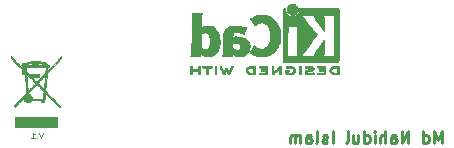
<source format=gbo>
%TF.GenerationSoftware,KiCad,Pcbnew,8.0.5*%
%TF.CreationDate,2024-12-04T08:56:06+06:00*%
%TF.ProjectId,MCU Datalogger,4d435520-4461-4746-916c-6f676765722e,rev?*%
%TF.SameCoordinates,Original*%
%TF.FileFunction,Legend,Bot*%
%TF.FilePolarity,Positive*%
%FSLAX46Y46*%
G04 Gerber Fmt 4.6, Leading zero omitted, Abs format (unit mm)*
G04 Created by KiCad (PCBNEW 8.0.5) date 2024-12-04 08:56:06*
%MOMM*%
%LPD*%
G01*
G04 APERTURE LIST*
%ADD10C,0.100000*%
%ADD11C,0.250000*%
%ADD12C,0.010000*%
G04 APERTURE END LIST*
D10*
X94120591Y-78580009D02*
X93953925Y-79080009D01*
X93953925Y-79080009D02*
X93787258Y-78580009D01*
X93620592Y-79032390D02*
X93596782Y-79056200D01*
X93596782Y-79056200D02*
X93620592Y-79080009D01*
X93620592Y-79080009D02*
X93644401Y-79056200D01*
X93644401Y-79056200D02*
X93620592Y-79032390D01*
X93620592Y-79032390D02*
X93620592Y-79080009D01*
X93120592Y-79080009D02*
X93406306Y-79080009D01*
X93263449Y-79080009D02*
X93263449Y-78580009D01*
X93263449Y-78580009D02*
X93311068Y-78651438D01*
X93311068Y-78651438D02*
X93358687Y-78699057D01*
X93358687Y-78699057D02*
X93406306Y-78722866D01*
D11*
X127867431Y-79468219D02*
X127867431Y-78468219D01*
X127867431Y-78468219D02*
X127534098Y-79182504D01*
X127534098Y-79182504D02*
X127200765Y-78468219D01*
X127200765Y-78468219D02*
X127200765Y-79468219D01*
X126296003Y-79468219D02*
X126296003Y-78468219D01*
X126296003Y-79420600D02*
X126391241Y-79468219D01*
X126391241Y-79468219D02*
X126581717Y-79468219D01*
X126581717Y-79468219D02*
X126676955Y-79420600D01*
X126676955Y-79420600D02*
X126724574Y-79372980D01*
X126724574Y-79372980D02*
X126772193Y-79277742D01*
X126772193Y-79277742D02*
X126772193Y-78992028D01*
X126772193Y-78992028D02*
X126724574Y-78896790D01*
X126724574Y-78896790D02*
X126676955Y-78849171D01*
X126676955Y-78849171D02*
X126581717Y-78801552D01*
X126581717Y-78801552D02*
X126391241Y-78801552D01*
X126391241Y-78801552D02*
X126296003Y-78849171D01*
X125057907Y-79468219D02*
X125057907Y-78468219D01*
X125057907Y-78468219D02*
X124486479Y-79468219D01*
X124486479Y-79468219D02*
X124486479Y-78468219D01*
X123581717Y-79468219D02*
X123581717Y-78944409D01*
X123581717Y-78944409D02*
X123629336Y-78849171D01*
X123629336Y-78849171D02*
X123724574Y-78801552D01*
X123724574Y-78801552D02*
X123915050Y-78801552D01*
X123915050Y-78801552D02*
X124010288Y-78849171D01*
X123581717Y-79420600D02*
X123676955Y-79468219D01*
X123676955Y-79468219D02*
X123915050Y-79468219D01*
X123915050Y-79468219D02*
X124010288Y-79420600D01*
X124010288Y-79420600D02*
X124057907Y-79325361D01*
X124057907Y-79325361D02*
X124057907Y-79230123D01*
X124057907Y-79230123D02*
X124010288Y-79134885D01*
X124010288Y-79134885D02*
X123915050Y-79087266D01*
X123915050Y-79087266D02*
X123676955Y-79087266D01*
X123676955Y-79087266D02*
X123581717Y-79039647D01*
X123105526Y-79468219D02*
X123105526Y-78468219D01*
X122676955Y-79468219D02*
X122676955Y-78944409D01*
X122676955Y-78944409D02*
X122724574Y-78849171D01*
X122724574Y-78849171D02*
X122819812Y-78801552D01*
X122819812Y-78801552D02*
X122962669Y-78801552D01*
X122962669Y-78801552D02*
X123057907Y-78849171D01*
X123057907Y-78849171D02*
X123105526Y-78896790D01*
X122200764Y-79468219D02*
X122200764Y-78801552D01*
X122200764Y-78468219D02*
X122248383Y-78515838D01*
X122248383Y-78515838D02*
X122200764Y-78563457D01*
X122200764Y-78563457D02*
X122153145Y-78515838D01*
X122153145Y-78515838D02*
X122200764Y-78468219D01*
X122200764Y-78468219D02*
X122200764Y-78563457D01*
X121296003Y-79468219D02*
X121296003Y-78468219D01*
X121296003Y-79420600D02*
X121391241Y-79468219D01*
X121391241Y-79468219D02*
X121581717Y-79468219D01*
X121581717Y-79468219D02*
X121676955Y-79420600D01*
X121676955Y-79420600D02*
X121724574Y-79372980D01*
X121724574Y-79372980D02*
X121772193Y-79277742D01*
X121772193Y-79277742D02*
X121772193Y-78992028D01*
X121772193Y-78992028D02*
X121724574Y-78896790D01*
X121724574Y-78896790D02*
X121676955Y-78849171D01*
X121676955Y-78849171D02*
X121581717Y-78801552D01*
X121581717Y-78801552D02*
X121391241Y-78801552D01*
X121391241Y-78801552D02*
X121296003Y-78849171D01*
X120391241Y-78801552D02*
X120391241Y-79468219D01*
X120819812Y-78801552D02*
X120819812Y-79325361D01*
X120819812Y-79325361D02*
X120772193Y-79420600D01*
X120772193Y-79420600D02*
X120676955Y-79468219D01*
X120676955Y-79468219D02*
X120534098Y-79468219D01*
X120534098Y-79468219D02*
X120438860Y-79420600D01*
X120438860Y-79420600D02*
X120391241Y-79372980D01*
X119772193Y-79468219D02*
X119867431Y-79420600D01*
X119867431Y-79420600D02*
X119915050Y-79325361D01*
X119915050Y-79325361D02*
X119915050Y-78468219D01*
X118629335Y-79468219D02*
X118629335Y-78468219D01*
X118200764Y-79420600D02*
X118105526Y-79468219D01*
X118105526Y-79468219D02*
X117915050Y-79468219D01*
X117915050Y-79468219D02*
X117819812Y-79420600D01*
X117819812Y-79420600D02*
X117772193Y-79325361D01*
X117772193Y-79325361D02*
X117772193Y-79277742D01*
X117772193Y-79277742D02*
X117819812Y-79182504D01*
X117819812Y-79182504D02*
X117915050Y-79134885D01*
X117915050Y-79134885D02*
X118057907Y-79134885D01*
X118057907Y-79134885D02*
X118153145Y-79087266D01*
X118153145Y-79087266D02*
X118200764Y-78992028D01*
X118200764Y-78992028D02*
X118200764Y-78944409D01*
X118200764Y-78944409D02*
X118153145Y-78849171D01*
X118153145Y-78849171D02*
X118057907Y-78801552D01*
X118057907Y-78801552D02*
X117915050Y-78801552D01*
X117915050Y-78801552D02*
X117819812Y-78849171D01*
X117200764Y-79468219D02*
X117296002Y-79420600D01*
X117296002Y-79420600D02*
X117343621Y-79325361D01*
X117343621Y-79325361D02*
X117343621Y-78468219D01*
X116391240Y-79468219D02*
X116391240Y-78944409D01*
X116391240Y-78944409D02*
X116438859Y-78849171D01*
X116438859Y-78849171D02*
X116534097Y-78801552D01*
X116534097Y-78801552D02*
X116724573Y-78801552D01*
X116724573Y-78801552D02*
X116819811Y-78849171D01*
X116391240Y-79420600D02*
X116486478Y-79468219D01*
X116486478Y-79468219D02*
X116724573Y-79468219D01*
X116724573Y-79468219D02*
X116819811Y-79420600D01*
X116819811Y-79420600D02*
X116867430Y-79325361D01*
X116867430Y-79325361D02*
X116867430Y-79230123D01*
X116867430Y-79230123D02*
X116819811Y-79134885D01*
X116819811Y-79134885D02*
X116724573Y-79087266D01*
X116724573Y-79087266D02*
X116486478Y-79087266D01*
X116486478Y-79087266D02*
X116391240Y-79039647D01*
X115915049Y-79468219D02*
X115915049Y-78801552D01*
X115915049Y-78896790D02*
X115867430Y-78849171D01*
X115867430Y-78849171D02*
X115772192Y-78801552D01*
X115772192Y-78801552D02*
X115629335Y-78801552D01*
X115629335Y-78801552D02*
X115534097Y-78849171D01*
X115534097Y-78849171D02*
X115486478Y-78944409D01*
X115486478Y-78944409D02*
X115486478Y-79468219D01*
X115486478Y-78944409D02*
X115438859Y-78849171D01*
X115438859Y-78849171D02*
X115343621Y-78801552D01*
X115343621Y-78801552D02*
X115200764Y-78801552D01*
X115200764Y-78801552D02*
X115105525Y-78849171D01*
X115105525Y-78849171D02*
X115057906Y-78944409D01*
X115057906Y-78944409D02*
X115057906Y-79468219D01*
D12*
%TO.C,REF\u002A\u002A*%
X95295771Y-78151022D02*
X91774978Y-78151022D01*
X91774978Y-77283398D01*
X95295771Y-77283398D01*
X95295771Y-78151022D01*
G36*
X95295771Y-78151022D02*
G01*
X91774978Y-78151022D01*
X91774978Y-77283398D01*
X95295771Y-77283398D01*
X95295771Y-78151022D01*
G37*
X94264694Y-72608918D02*
X94265188Y-72621868D01*
X94271619Y-72643611D01*
X94289923Y-72662051D01*
X94325630Y-72684001D01*
X94356974Y-72704054D01*
X94404693Y-72742556D01*
X94447938Y-72785779D01*
X94481019Y-72827827D01*
X94498242Y-72862804D01*
X94502462Y-72876281D01*
X94510280Y-72885534D01*
X94512916Y-72888654D01*
X94534462Y-72893896D01*
X94574114Y-72894982D01*
X94641909Y-72894982D01*
X94641909Y-73008151D01*
X94482377Y-73008151D01*
X94467482Y-73185932D01*
X94465482Y-73210237D01*
X94460823Y-73271080D01*
X94457531Y-73320589D01*
X94455892Y-73354192D01*
X94456190Y-73367316D01*
X94460524Y-73363543D01*
X94480296Y-73343876D01*
X94514479Y-73309018D01*
X94561341Y-73260776D01*
X94619154Y-73200957D01*
X94686187Y-73131367D01*
X94760712Y-73053815D01*
X94840997Y-72970107D01*
X94925313Y-72882049D01*
X95011930Y-72791450D01*
X95099119Y-72700115D01*
X95185149Y-72609853D01*
X95268292Y-72522469D01*
X95346816Y-72439772D01*
X95418992Y-72363568D01*
X95483091Y-72295663D01*
X95537383Y-72237866D01*
X95634392Y-72134240D01*
X95634834Y-72222515D01*
X95635275Y-72310789D01*
X95034738Y-72942358D01*
X94434201Y-73573926D01*
X94422196Y-73717874D01*
X94374165Y-74293835D01*
X94365676Y-74395991D01*
X94355143Y-74523812D01*
X94345421Y-74642967D01*
X94336698Y-74751114D01*
X94329158Y-74845913D01*
X94322987Y-74925019D01*
X94318373Y-74986092D01*
X94315500Y-75026790D01*
X94314554Y-75044770D01*
X94317051Y-75053008D01*
X94328271Y-75070799D01*
X94349551Y-75097611D01*
X94359821Y-75109329D01*
X94382025Y-75134666D01*
X94426823Y-75183186D01*
X94485081Y-75244392D01*
X94557929Y-75319507D01*
X94646503Y-75409750D01*
X94751934Y-75516345D01*
X94821292Y-75586293D01*
X94917979Y-75683858D01*
X95014326Y-75781141D01*
X95107438Y-75875214D01*
X95194418Y-75963150D01*
X95272369Y-76042020D01*
X95338396Y-76108899D01*
X95389602Y-76160858D01*
X95590314Y-76364820D01*
X95553858Y-76402871D01*
X95545260Y-76411445D01*
X95519895Y-76432497D01*
X95502495Y-76440923D01*
X95488871Y-76433730D01*
X95463543Y-76412144D01*
X95433179Y-76381195D01*
X95414696Y-76361648D01*
X95380227Y-76325952D01*
X95331512Y-76275884D01*
X95270269Y-76213201D01*
X95198220Y-76139657D01*
X95117085Y-76057010D01*
X95028584Y-75967015D01*
X94934437Y-75871428D01*
X94836365Y-75772005D01*
X94293961Y-75222543D01*
X94271866Y-75507946D01*
X94267050Y-75568862D01*
X94260016Y-75650748D01*
X94253672Y-75712769D01*
X94247548Y-75758187D01*
X94241173Y-75790262D01*
X94234077Y-75812252D01*
X94225791Y-75827419D01*
X94214193Y-75848616D01*
X94204650Y-75887586D01*
X94201810Y-75943731D01*
X94201810Y-76025973D01*
X93975474Y-76025973D01*
X93975474Y-75849933D01*
X93129882Y-75849933D01*
X93081003Y-75905462D01*
X93067636Y-75919922D01*
X92995188Y-75978013D01*
X92913332Y-76013776D01*
X92824700Y-76025973D01*
X92746492Y-76019506D01*
X92658033Y-75992247D01*
X92582307Y-75943528D01*
X92567548Y-75929603D01*
X92530664Y-75884528D01*
X92498303Y-75832019D01*
X92475097Y-75780261D01*
X92465679Y-75737439D01*
X92465497Y-75731223D01*
X92464142Y-75708446D01*
X92460600Y-75692713D01*
X92453190Y-75685268D01*
X92440231Y-75687356D01*
X92420043Y-75700220D01*
X92390945Y-75725105D01*
X92351256Y-75763253D01*
X92299296Y-75815910D01*
X92233384Y-75884319D01*
X92151840Y-75969724D01*
X92108404Y-76015312D01*
X92035800Y-76091641D01*
X91967109Y-76164008D01*
X91905023Y-76229566D01*
X91852234Y-76285474D01*
X91811434Y-76328886D01*
X91785315Y-76356958D01*
X91713919Y-76434636D01*
X91625663Y-76346616D01*
X92171490Y-75774487D01*
X92205905Y-75738388D01*
X92328346Y-75609472D01*
X92433451Y-75497954D01*
X92521536Y-75403488D01*
X92592916Y-75325729D01*
X92643388Y-75269374D01*
X92850047Y-75269374D01*
X92851672Y-75282634D01*
X92851956Y-75284019D01*
X92865498Y-75315428D01*
X92892548Y-75330063D01*
X92975929Y-75361263D01*
X93050218Y-75413238D01*
X93108646Y-75481991D01*
X93148690Y-75564515D01*
X93167826Y-75657806D01*
X93174164Y-75736765D01*
X94123638Y-75736765D01*
X94130258Y-75708473D01*
X94131429Y-75701529D01*
X94135068Y-75670481D01*
X94140034Y-75620281D01*
X94145957Y-75554927D01*
X94152469Y-75478419D01*
X94159201Y-75394755D01*
X94181524Y-75109329D01*
X93880626Y-74803765D01*
X93825436Y-74747904D01*
X93757909Y-74680088D01*
X93697329Y-74619843D01*
X93645821Y-74569252D01*
X93605510Y-74530400D01*
X93578522Y-74505370D01*
X93566982Y-74496246D01*
X93559244Y-74500605D01*
X93536195Y-74520441D01*
X93501509Y-74553575D01*
X93458287Y-74597020D01*
X93409632Y-74647787D01*
X93396940Y-74661251D01*
X93340029Y-74721475D01*
X93272214Y-74793064D01*
X93198600Y-74870637D01*
X93124293Y-74948811D01*
X93054399Y-75022205D01*
X93050201Y-75026609D01*
X92985220Y-75094985D01*
X92935636Y-75147932D01*
X92899488Y-75187967D01*
X92874816Y-75217611D01*
X92859658Y-75239381D01*
X92852056Y-75255795D01*
X92850047Y-75269374D01*
X92643388Y-75269374D01*
X92647905Y-75264331D01*
X92686819Y-75218948D01*
X92709973Y-75189235D01*
X92717682Y-75174844D01*
X92717683Y-75174759D01*
X92716625Y-75156824D01*
X92713537Y-75116621D01*
X92708658Y-75056887D01*
X92702232Y-74980358D01*
X92694500Y-74889769D01*
X92685705Y-74787857D01*
X92676087Y-74677359D01*
X92665891Y-74561011D01*
X92655356Y-74441548D01*
X92644726Y-74321707D01*
X92634242Y-74204225D01*
X92624146Y-74091837D01*
X92614681Y-73987281D01*
X92606088Y-73893291D01*
X92598609Y-73812605D01*
X92592487Y-73747959D01*
X92587962Y-73702088D01*
X92585278Y-73677730D01*
X92579867Y-73636932D01*
X92709053Y-73636932D01*
X92710708Y-73667853D01*
X92714349Y-73719853D01*
X92719795Y-73790687D01*
X92726863Y-73878111D01*
X92735370Y-73979881D01*
X92745135Y-74093752D01*
X92755974Y-74217479D01*
X92767707Y-74348818D01*
X92776879Y-74450108D01*
X92788366Y-74575726D01*
X92799122Y-74691962D01*
X92808931Y-74796580D01*
X92817581Y-74887340D01*
X92824857Y-74962004D01*
X92830546Y-75018334D01*
X92834434Y-75054091D01*
X92836306Y-75067037D01*
X92841988Y-75063026D01*
X92862820Y-75043338D01*
X92896672Y-75009522D01*
X92941212Y-74964037D01*
X92994110Y-74909346D01*
X93053036Y-74847910D01*
X93115658Y-74782190D01*
X93179648Y-74714649D01*
X93242674Y-74647747D01*
X93302406Y-74583946D01*
X93356513Y-74525707D01*
X93402665Y-74475492D01*
X93438533Y-74435763D01*
X93461784Y-74408980D01*
X93468578Y-74399677D01*
X93650401Y-74399677D01*
X93926105Y-74675168D01*
X93993526Y-74742424D01*
X94057067Y-74805362D01*
X94106290Y-74853300D01*
X94142996Y-74887794D01*
X94168990Y-74910399D01*
X94186076Y-74922671D01*
X94196056Y-74926166D01*
X94200735Y-74922438D01*
X94201916Y-74913044D01*
X94202673Y-74897949D01*
X94205401Y-74859083D01*
X94209908Y-74800095D01*
X94215979Y-74723673D01*
X94223396Y-74632505D01*
X94231942Y-74529280D01*
X94241402Y-74416683D01*
X94251558Y-74297405D01*
X94260523Y-74192277D01*
X94269866Y-74081551D01*
X94278243Y-73981014D01*
X94285453Y-73893143D01*
X94291296Y-73820415D01*
X94295569Y-73765310D01*
X94298073Y-73730304D01*
X94298605Y-73717874D01*
X94298184Y-73718108D01*
X94286309Y-73729550D01*
X94259930Y-73756398D01*
X94221370Y-73796218D01*
X94172953Y-73846572D01*
X94117003Y-73905028D01*
X94055842Y-73969148D01*
X93991795Y-74036498D01*
X93927185Y-74104643D01*
X93864335Y-74171148D01*
X93805568Y-74233577D01*
X93753209Y-74289495D01*
X93652333Y-74397606D01*
X93650401Y-74399677D01*
X93468578Y-74399677D01*
X93470090Y-74397606D01*
X93461948Y-74386583D01*
X93438278Y-74360199D01*
X93401278Y-74320727D01*
X93353150Y-74270391D01*
X93296096Y-74211417D01*
X93232320Y-74146030D01*
X93164022Y-74076455D01*
X93093405Y-74004916D01*
X93022671Y-73933638D01*
X92954022Y-73864847D01*
X92889661Y-73800766D01*
X92831789Y-73743622D01*
X92782610Y-73695639D01*
X92744324Y-73659041D01*
X92719134Y-73636054D01*
X92709242Y-73628903D01*
X92709053Y-73636932D01*
X92579867Y-73636932D01*
X92578190Y-73624289D01*
X92303097Y-73624289D01*
X92302768Y-73413671D01*
X92302597Y-73304372D01*
X92403691Y-73304372D01*
X92403691Y-73523695D01*
X92485424Y-73523695D01*
X92492695Y-73523689D01*
X92533750Y-73522813D01*
X92556077Y-73519067D01*
X92565329Y-73510470D01*
X92567157Y-73495040D01*
X92559106Y-73472359D01*
X92531530Y-73434628D01*
X92485424Y-73385379D01*
X92403691Y-73304372D01*
X92302597Y-73304372D01*
X92302439Y-73203052D01*
X91850714Y-72744091D01*
X91398989Y-72285131D01*
X91398370Y-72198048D01*
X91397751Y-72110967D01*
X91939569Y-72660152D01*
X91991937Y-72713198D01*
X92100603Y-72822972D01*
X92193509Y-72916314D01*
X92271855Y-72994373D01*
X92336843Y-73058297D01*
X92389672Y-73109235D01*
X92431543Y-73148335D01*
X92463655Y-73176748D01*
X92487210Y-73195620D01*
X92503408Y-73206101D01*
X92513449Y-73209339D01*
X92530379Y-73208358D01*
X92539884Y-73201196D01*
X92541523Y-73181601D01*
X92537582Y-73143324D01*
X92534865Y-73119225D01*
X92531084Y-73078944D01*
X92529560Y-73052161D01*
X92528815Y-73042928D01*
X92521546Y-73033039D01*
X92501468Y-73029762D01*
X92462489Y-73031192D01*
X92452537Y-73031753D01*
X92412698Y-73031121D01*
X92384360Y-73022367D01*
X92364386Y-73008151D01*
X92647652Y-73008151D01*
X92651813Y-73055304D01*
X92653735Y-73076698D01*
X92659724Y-73135109D01*
X92665626Y-73173581D01*
X92672527Y-73196112D01*
X92681512Y-73206698D01*
X92693670Y-73209339D01*
X92704601Y-73211137D01*
X92711850Y-73219730D01*
X92715900Y-73239705D01*
X92717663Y-73275650D01*
X92718048Y-73332152D01*
X92718048Y-73454966D01*
X92758247Y-73495040D01*
X92856365Y-73592854D01*
X92994681Y-73730742D01*
X92994681Y-73624289D01*
X93749137Y-73624289D01*
X93749137Y-73863200D01*
X93130631Y-73863200D01*
X93340392Y-74080106D01*
X93380570Y-74121534D01*
X93436128Y-74178400D01*
X93484370Y-74227282D01*
X93522771Y-74265641D01*
X93548803Y-74290941D01*
X93559940Y-74300642D01*
X93564173Y-74297967D01*
X93584024Y-74279982D01*
X93618251Y-74246681D01*
X93665027Y-74199912D01*
X93722524Y-74141525D01*
X93788912Y-74073369D01*
X93862364Y-73997294D01*
X93941051Y-73915150D01*
X94020141Y-73832143D01*
X94097671Y-73750336D01*
X94160546Y-73683283D01*
X94210302Y-73629207D01*
X94248478Y-73586329D01*
X94276611Y-73552873D01*
X94296240Y-73527061D01*
X94308901Y-73507114D01*
X94316134Y-73491256D01*
X94319475Y-73477709D01*
X94320361Y-73471110D01*
X94324288Y-73434748D01*
X94329259Y-73381218D01*
X94334727Y-73316621D01*
X94340144Y-73247062D01*
X94341981Y-73222835D01*
X94347288Y-73157378D01*
X94352348Y-73100917D01*
X94356663Y-73058818D01*
X94359734Y-73036443D01*
X94365755Y-73008151D01*
X92647652Y-73008151D01*
X92364386Y-73008151D01*
X92356430Y-73002489D01*
X92351620Y-72998304D01*
X92312282Y-72947627D01*
X92296703Y-72894982D01*
X92637498Y-72894982D01*
X94052021Y-72894982D01*
X94049972Y-72844685D01*
X94264681Y-72844685D01*
X94264681Y-72894982D01*
X94321708Y-72894982D01*
X94338793Y-72894862D01*
X94364108Y-72892662D01*
X94371416Y-72885534D01*
X94365743Y-72870708D01*
X94364067Y-72867882D01*
X94345248Y-72846144D01*
X94317983Y-72822020D01*
X94290787Y-72802454D01*
X94272171Y-72794388D01*
X94270497Y-72795663D01*
X94266344Y-72813176D01*
X94264681Y-72844685D01*
X94049972Y-72844685D01*
X94048326Y-72804295D01*
X94044632Y-72713607D01*
X93969186Y-72698452D01*
X93931351Y-72691579D01*
X93868168Y-72681956D01*
X93808865Y-72674696D01*
X93723988Y-72666093D01*
X93723988Y-72769240D01*
X93145573Y-72769240D01*
X93145573Y-72678322D01*
X93073271Y-72686953D01*
X92962798Y-72705449D01*
X92851616Y-72738891D01*
X92759650Y-72785524D01*
X92685342Y-72845986D01*
X92637498Y-72894982D01*
X92296703Y-72894982D01*
X92294972Y-72889134D01*
X92300274Y-72827775D01*
X92328775Y-72768497D01*
X92331533Y-72764806D01*
X92369622Y-72733051D01*
X92419276Y-72714267D01*
X92472802Y-72709271D01*
X92522507Y-72718878D01*
X92560700Y-72743904D01*
X92573631Y-72756680D01*
X92586228Y-72759776D01*
X92604267Y-72750198D01*
X92634728Y-72726282D01*
X92644074Y-72718931D01*
X92716230Y-72672539D01*
X92801715Y-72631284D01*
X92871630Y-72605775D01*
X93246167Y-72605775D01*
X93246167Y-72668646D01*
X93623394Y-72668646D01*
X93623394Y-72605775D01*
X93246167Y-72605775D01*
X92871630Y-72605775D01*
X92892567Y-72598136D01*
X92980827Y-72576068D01*
X93058536Y-72568052D01*
X93066791Y-72567988D01*
X93112679Y-72563521D01*
X93137879Y-72550995D01*
X93145573Y-72528984D01*
X93146476Y-72522049D01*
X93151415Y-72516085D01*
X93163411Y-72511719D01*
X93185480Y-72508703D01*
X93220636Y-72506790D01*
X93271894Y-72505730D01*
X93342271Y-72505277D01*
X93434780Y-72505180D01*
X93521460Y-72505350D01*
X93595132Y-72506034D01*
X93649065Y-72507415D01*
X93686088Y-72509670D01*
X93709030Y-72512978D01*
X93720720Y-72517520D01*
X93723988Y-72523472D01*
X93734737Y-72538088D01*
X93764855Y-72547415D01*
X93776382Y-72549047D01*
X93815686Y-72554791D01*
X93867988Y-72562578D01*
X93925176Y-72571203D01*
X93956716Y-72575593D01*
X94002874Y-72580348D01*
X94035441Y-72581495D01*
X94048823Y-72578695D01*
X94051108Y-72576871D01*
X94072205Y-72572365D01*
X94110155Y-72569229D01*
X94158848Y-72568052D01*
X94264681Y-72568052D01*
X94264694Y-72605775D01*
X94264694Y-72608918D01*
G36*
X94264694Y-72608918D02*
G01*
X94265188Y-72621868D01*
X94271619Y-72643611D01*
X94289923Y-72662051D01*
X94325630Y-72684001D01*
X94356974Y-72704054D01*
X94404693Y-72742556D01*
X94447938Y-72785779D01*
X94481019Y-72827827D01*
X94498242Y-72862804D01*
X94502462Y-72876281D01*
X94510280Y-72885534D01*
X94512916Y-72888654D01*
X94534462Y-72893896D01*
X94574114Y-72894982D01*
X94641909Y-72894982D01*
X94641909Y-73008151D01*
X94482377Y-73008151D01*
X94467482Y-73185932D01*
X94465482Y-73210237D01*
X94460823Y-73271080D01*
X94457531Y-73320589D01*
X94455892Y-73354192D01*
X94456190Y-73367316D01*
X94460524Y-73363543D01*
X94480296Y-73343876D01*
X94514479Y-73309018D01*
X94561341Y-73260776D01*
X94619154Y-73200957D01*
X94686187Y-73131367D01*
X94760712Y-73053815D01*
X94840997Y-72970107D01*
X94925313Y-72882049D01*
X95011930Y-72791450D01*
X95099119Y-72700115D01*
X95185149Y-72609853D01*
X95268292Y-72522469D01*
X95346816Y-72439772D01*
X95418992Y-72363568D01*
X95483091Y-72295663D01*
X95537383Y-72237866D01*
X95634392Y-72134240D01*
X95634834Y-72222515D01*
X95635275Y-72310789D01*
X95034738Y-72942358D01*
X94434201Y-73573926D01*
X94422196Y-73717874D01*
X94374165Y-74293835D01*
X94365676Y-74395991D01*
X94355143Y-74523812D01*
X94345421Y-74642967D01*
X94336698Y-74751114D01*
X94329158Y-74845913D01*
X94322987Y-74925019D01*
X94318373Y-74986092D01*
X94315500Y-75026790D01*
X94314554Y-75044770D01*
X94317051Y-75053008D01*
X94328271Y-75070799D01*
X94349551Y-75097611D01*
X94359821Y-75109329D01*
X94382025Y-75134666D01*
X94426823Y-75183186D01*
X94485081Y-75244392D01*
X94557929Y-75319507D01*
X94646503Y-75409750D01*
X94751934Y-75516345D01*
X94821292Y-75586293D01*
X94917979Y-75683858D01*
X95014326Y-75781141D01*
X95107438Y-75875214D01*
X95194418Y-75963150D01*
X95272369Y-76042020D01*
X95338396Y-76108899D01*
X95389602Y-76160858D01*
X95590314Y-76364820D01*
X95553858Y-76402871D01*
X95545260Y-76411445D01*
X95519895Y-76432497D01*
X95502495Y-76440923D01*
X95488871Y-76433730D01*
X95463543Y-76412144D01*
X95433179Y-76381195D01*
X95414696Y-76361648D01*
X95380227Y-76325952D01*
X95331512Y-76275884D01*
X95270269Y-76213201D01*
X95198220Y-76139657D01*
X95117085Y-76057010D01*
X95028584Y-75967015D01*
X94934437Y-75871428D01*
X94836365Y-75772005D01*
X94293961Y-75222543D01*
X94271866Y-75507946D01*
X94267050Y-75568862D01*
X94260016Y-75650748D01*
X94253672Y-75712769D01*
X94247548Y-75758187D01*
X94241173Y-75790262D01*
X94234077Y-75812252D01*
X94225791Y-75827419D01*
X94214193Y-75848616D01*
X94204650Y-75887586D01*
X94201810Y-75943731D01*
X94201810Y-76025973D01*
X93975474Y-76025973D01*
X93975474Y-75849933D01*
X93129882Y-75849933D01*
X93081003Y-75905462D01*
X93067636Y-75919922D01*
X92995188Y-75978013D01*
X92913332Y-76013776D01*
X92824700Y-76025973D01*
X92746492Y-76019506D01*
X92658033Y-75992247D01*
X92582307Y-75943528D01*
X92567548Y-75929603D01*
X92530664Y-75884528D01*
X92498303Y-75832019D01*
X92475097Y-75780261D01*
X92465679Y-75737439D01*
X92465497Y-75731223D01*
X92464142Y-75708446D01*
X92460600Y-75692713D01*
X92453190Y-75685268D01*
X92440231Y-75687356D01*
X92420043Y-75700220D01*
X92390945Y-75725105D01*
X92351256Y-75763253D01*
X92299296Y-75815910D01*
X92233384Y-75884319D01*
X92151840Y-75969724D01*
X92108404Y-76015312D01*
X92035800Y-76091641D01*
X91967109Y-76164008D01*
X91905023Y-76229566D01*
X91852234Y-76285474D01*
X91811434Y-76328886D01*
X91785315Y-76356958D01*
X91713919Y-76434636D01*
X91625663Y-76346616D01*
X92171490Y-75774487D01*
X92205905Y-75738388D01*
X92328346Y-75609472D01*
X92433451Y-75497954D01*
X92521536Y-75403488D01*
X92592916Y-75325729D01*
X92643388Y-75269374D01*
X92850047Y-75269374D01*
X92851672Y-75282634D01*
X92851956Y-75284019D01*
X92865498Y-75315428D01*
X92892548Y-75330063D01*
X92975929Y-75361263D01*
X93050218Y-75413238D01*
X93108646Y-75481991D01*
X93148690Y-75564515D01*
X93167826Y-75657806D01*
X93174164Y-75736765D01*
X94123638Y-75736765D01*
X94130258Y-75708473D01*
X94131429Y-75701529D01*
X94135068Y-75670481D01*
X94140034Y-75620281D01*
X94145957Y-75554927D01*
X94152469Y-75478419D01*
X94159201Y-75394755D01*
X94181524Y-75109329D01*
X93880626Y-74803765D01*
X93825436Y-74747904D01*
X93757909Y-74680088D01*
X93697329Y-74619843D01*
X93645821Y-74569252D01*
X93605510Y-74530400D01*
X93578522Y-74505370D01*
X93566982Y-74496246D01*
X93559244Y-74500605D01*
X93536195Y-74520441D01*
X93501509Y-74553575D01*
X93458287Y-74597020D01*
X93409632Y-74647787D01*
X93396940Y-74661251D01*
X93340029Y-74721475D01*
X93272214Y-74793064D01*
X93198600Y-74870637D01*
X93124293Y-74948811D01*
X93054399Y-75022205D01*
X93050201Y-75026609D01*
X92985220Y-75094985D01*
X92935636Y-75147932D01*
X92899488Y-75187967D01*
X92874816Y-75217611D01*
X92859658Y-75239381D01*
X92852056Y-75255795D01*
X92850047Y-75269374D01*
X92643388Y-75269374D01*
X92647905Y-75264331D01*
X92686819Y-75218948D01*
X92709973Y-75189235D01*
X92717682Y-75174844D01*
X92717683Y-75174759D01*
X92716625Y-75156824D01*
X92713537Y-75116621D01*
X92708658Y-75056887D01*
X92702232Y-74980358D01*
X92694500Y-74889769D01*
X92685705Y-74787857D01*
X92676087Y-74677359D01*
X92665891Y-74561011D01*
X92655356Y-74441548D01*
X92644726Y-74321707D01*
X92634242Y-74204225D01*
X92624146Y-74091837D01*
X92614681Y-73987281D01*
X92606088Y-73893291D01*
X92598609Y-73812605D01*
X92592487Y-73747959D01*
X92587962Y-73702088D01*
X92585278Y-73677730D01*
X92579867Y-73636932D01*
X92709053Y-73636932D01*
X92710708Y-73667853D01*
X92714349Y-73719853D01*
X92719795Y-73790687D01*
X92726863Y-73878111D01*
X92735370Y-73979881D01*
X92745135Y-74093752D01*
X92755974Y-74217479D01*
X92767707Y-74348818D01*
X92776879Y-74450108D01*
X92788366Y-74575726D01*
X92799122Y-74691962D01*
X92808931Y-74796580D01*
X92817581Y-74887340D01*
X92824857Y-74962004D01*
X92830546Y-75018334D01*
X92834434Y-75054091D01*
X92836306Y-75067037D01*
X92841988Y-75063026D01*
X92862820Y-75043338D01*
X92896672Y-75009522D01*
X92941212Y-74964037D01*
X92994110Y-74909346D01*
X93053036Y-74847910D01*
X93115658Y-74782190D01*
X93179648Y-74714649D01*
X93242674Y-74647747D01*
X93302406Y-74583946D01*
X93356513Y-74525707D01*
X93402665Y-74475492D01*
X93438533Y-74435763D01*
X93461784Y-74408980D01*
X93468578Y-74399677D01*
X93650401Y-74399677D01*
X93926105Y-74675168D01*
X93993526Y-74742424D01*
X94057067Y-74805362D01*
X94106290Y-74853300D01*
X94142996Y-74887794D01*
X94168990Y-74910399D01*
X94186076Y-74922671D01*
X94196056Y-74926166D01*
X94200735Y-74922438D01*
X94201916Y-74913044D01*
X94202673Y-74897949D01*
X94205401Y-74859083D01*
X94209908Y-74800095D01*
X94215979Y-74723673D01*
X94223396Y-74632505D01*
X94231942Y-74529280D01*
X94241402Y-74416683D01*
X94251558Y-74297405D01*
X94260523Y-74192277D01*
X94269866Y-74081551D01*
X94278243Y-73981014D01*
X94285453Y-73893143D01*
X94291296Y-73820415D01*
X94295569Y-73765310D01*
X94298073Y-73730304D01*
X94298605Y-73717874D01*
X94298184Y-73718108D01*
X94286309Y-73729550D01*
X94259930Y-73756398D01*
X94221370Y-73796218D01*
X94172953Y-73846572D01*
X94117003Y-73905028D01*
X94055842Y-73969148D01*
X93991795Y-74036498D01*
X93927185Y-74104643D01*
X93864335Y-74171148D01*
X93805568Y-74233577D01*
X93753209Y-74289495D01*
X93652333Y-74397606D01*
X93650401Y-74399677D01*
X93468578Y-74399677D01*
X93470090Y-74397606D01*
X93461948Y-74386583D01*
X93438278Y-74360199D01*
X93401278Y-74320727D01*
X93353150Y-74270391D01*
X93296096Y-74211417D01*
X93232320Y-74146030D01*
X93164022Y-74076455D01*
X93093405Y-74004916D01*
X93022671Y-73933638D01*
X92954022Y-73864847D01*
X92889661Y-73800766D01*
X92831789Y-73743622D01*
X92782610Y-73695639D01*
X92744324Y-73659041D01*
X92719134Y-73636054D01*
X92709242Y-73628903D01*
X92709053Y-73636932D01*
X92579867Y-73636932D01*
X92578190Y-73624289D01*
X92303097Y-73624289D01*
X92302768Y-73413671D01*
X92302597Y-73304372D01*
X92403691Y-73304372D01*
X92403691Y-73523695D01*
X92485424Y-73523695D01*
X92492695Y-73523689D01*
X92533750Y-73522813D01*
X92556077Y-73519067D01*
X92565329Y-73510470D01*
X92567157Y-73495040D01*
X92559106Y-73472359D01*
X92531530Y-73434628D01*
X92485424Y-73385379D01*
X92403691Y-73304372D01*
X92302597Y-73304372D01*
X92302439Y-73203052D01*
X91850714Y-72744091D01*
X91398989Y-72285131D01*
X91398370Y-72198048D01*
X91397751Y-72110967D01*
X91939569Y-72660152D01*
X91991937Y-72713198D01*
X92100603Y-72822972D01*
X92193509Y-72916314D01*
X92271855Y-72994373D01*
X92336843Y-73058297D01*
X92389672Y-73109235D01*
X92431543Y-73148335D01*
X92463655Y-73176748D01*
X92487210Y-73195620D01*
X92503408Y-73206101D01*
X92513449Y-73209339D01*
X92530379Y-73208358D01*
X92539884Y-73201196D01*
X92541523Y-73181601D01*
X92537582Y-73143324D01*
X92534865Y-73119225D01*
X92531084Y-73078944D01*
X92529560Y-73052161D01*
X92528815Y-73042928D01*
X92521546Y-73033039D01*
X92501468Y-73029762D01*
X92462489Y-73031192D01*
X92452537Y-73031753D01*
X92412698Y-73031121D01*
X92384360Y-73022367D01*
X92364386Y-73008151D01*
X92647652Y-73008151D01*
X92651813Y-73055304D01*
X92653735Y-73076698D01*
X92659724Y-73135109D01*
X92665626Y-73173581D01*
X92672527Y-73196112D01*
X92681512Y-73206698D01*
X92693670Y-73209339D01*
X92704601Y-73211137D01*
X92711850Y-73219730D01*
X92715900Y-73239705D01*
X92717663Y-73275650D01*
X92718048Y-73332152D01*
X92718048Y-73454966D01*
X92758247Y-73495040D01*
X92856365Y-73592854D01*
X92994681Y-73730742D01*
X92994681Y-73624289D01*
X93749137Y-73624289D01*
X93749137Y-73863200D01*
X93130631Y-73863200D01*
X93340392Y-74080106D01*
X93380570Y-74121534D01*
X93436128Y-74178400D01*
X93484370Y-74227282D01*
X93522771Y-74265641D01*
X93548803Y-74290941D01*
X93559940Y-74300642D01*
X93564173Y-74297967D01*
X93584024Y-74279982D01*
X93618251Y-74246681D01*
X93665027Y-74199912D01*
X93722524Y-74141525D01*
X93788912Y-74073369D01*
X93862364Y-73997294D01*
X93941051Y-73915150D01*
X94020141Y-73832143D01*
X94097671Y-73750336D01*
X94160546Y-73683283D01*
X94210302Y-73629207D01*
X94248478Y-73586329D01*
X94276611Y-73552873D01*
X94296240Y-73527061D01*
X94308901Y-73507114D01*
X94316134Y-73491256D01*
X94319475Y-73477709D01*
X94320361Y-73471110D01*
X94324288Y-73434748D01*
X94329259Y-73381218D01*
X94334727Y-73316621D01*
X94340144Y-73247062D01*
X94341981Y-73222835D01*
X94347288Y-73157378D01*
X94352348Y-73100917D01*
X94356663Y-73058818D01*
X94359734Y-73036443D01*
X94365755Y-73008151D01*
X92647652Y-73008151D01*
X92364386Y-73008151D01*
X92356430Y-73002489D01*
X92351620Y-72998304D01*
X92312282Y-72947627D01*
X92296703Y-72894982D01*
X92637498Y-72894982D01*
X94052021Y-72894982D01*
X94049972Y-72844685D01*
X94264681Y-72844685D01*
X94264681Y-72894982D01*
X94321708Y-72894982D01*
X94338793Y-72894862D01*
X94364108Y-72892662D01*
X94371416Y-72885534D01*
X94365743Y-72870708D01*
X94364067Y-72867882D01*
X94345248Y-72846144D01*
X94317983Y-72822020D01*
X94290787Y-72802454D01*
X94272171Y-72794388D01*
X94270497Y-72795663D01*
X94266344Y-72813176D01*
X94264681Y-72844685D01*
X94049972Y-72844685D01*
X94048326Y-72804295D01*
X94044632Y-72713607D01*
X93969186Y-72698452D01*
X93931351Y-72691579D01*
X93868168Y-72681956D01*
X93808865Y-72674696D01*
X93723988Y-72666093D01*
X93723988Y-72769240D01*
X93145573Y-72769240D01*
X93145573Y-72678322D01*
X93073271Y-72686953D01*
X92962798Y-72705449D01*
X92851616Y-72738891D01*
X92759650Y-72785524D01*
X92685342Y-72845986D01*
X92637498Y-72894982D01*
X92296703Y-72894982D01*
X92294972Y-72889134D01*
X92300274Y-72827775D01*
X92328775Y-72768497D01*
X92331533Y-72764806D01*
X92369622Y-72733051D01*
X92419276Y-72714267D01*
X92472802Y-72709271D01*
X92522507Y-72718878D01*
X92560700Y-72743904D01*
X92573631Y-72756680D01*
X92586228Y-72759776D01*
X92604267Y-72750198D01*
X92634728Y-72726282D01*
X92644074Y-72718931D01*
X92716230Y-72672539D01*
X92801715Y-72631284D01*
X92871630Y-72605775D01*
X93246167Y-72605775D01*
X93246167Y-72668646D01*
X93623394Y-72668646D01*
X93623394Y-72605775D01*
X93246167Y-72605775D01*
X92871630Y-72605775D01*
X92892567Y-72598136D01*
X92980827Y-72576068D01*
X93058536Y-72568052D01*
X93066791Y-72567988D01*
X93112679Y-72563521D01*
X93137879Y-72550995D01*
X93145573Y-72528984D01*
X93146476Y-72522049D01*
X93151415Y-72516085D01*
X93163411Y-72511719D01*
X93185480Y-72508703D01*
X93220636Y-72506790D01*
X93271894Y-72505730D01*
X93342271Y-72505277D01*
X93434780Y-72505180D01*
X93521460Y-72505350D01*
X93595132Y-72506034D01*
X93649065Y-72507415D01*
X93686088Y-72509670D01*
X93709030Y-72512978D01*
X93720720Y-72517520D01*
X93723988Y-72523472D01*
X93734737Y-72538088D01*
X93764855Y-72547415D01*
X93776382Y-72549047D01*
X93815686Y-72554791D01*
X93867988Y-72562578D01*
X93925176Y-72571203D01*
X93956716Y-72575593D01*
X94002874Y-72580348D01*
X94035441Y-72581495D01*
X94048823Y-72578695D01*
X94051108Y-72576871D01*
X94072205Y-72572365D01*
X94110155Y-72569229D01*
X94158848Y-72568052D01*
X94264681Y-72568052D01*
X94264694Y-72605775D01*
X94264694Y-72608918D01*
G37*
X108733006Y-72937749D02*
X108758727Y-72953447D01*
X108785378Y-72975027D01*
X108785378Y-73622484D01*
X108758727Y-73644064D01*
X108727367Y-73661539D01*
X108691566Y-73662375D01*
X108660128Y-73641882D01*
X108656252Y-73637216D01*
X108650786Y-73627749D01*
X108646579Y-73614067D01*
X108643467Y-73593548D01*
X108641287Y-73563568D01*
X108639876Y-73521504D01*
X108639071Y-73464732D01*
X108638707Y-73390630D01*
X108638622Y-73296573D01*
X108638622Y-72975027D01*
X108665273Y-72953447D01*
X108688986Y-72938677D01*
X108712000Y-72931867D01*
X108733006Y-72937749D01*
G36*
X108733006Y-72937749D02*
G01*
X108758727Y-72953447D01*
X108785378Y-72975027D01*
X108785378Y-73622484D01*
X108758727Y-73644064D01*
X108727367Y-73661539D01*
X108691566Y-73662375D01*
X108660128Y-73641882D01*
X108656252Y-73637216D01*
X108650786Y-73627749D01*
X108646579Y-73614067D01*
X108643467Y-73593548D01*
X108641287Y-73563568D01*
X108639876Y-73521504D01*
X108639071Y-73464732D01*
X108638707Y-73390630D01*
X108638622Y-73296573D01*
X108638622Y-72975027D01*
X108665273Y-72953447D01*
X108688986Y-72938677D01*
X108712000Y-72931867D01*
X108733006Y-72937749D01*
G37*
X115863737Y-72936263D02*
X115897891Y-72959576D01*
X115925600Y-72987285D01*
X115925600Y-73300337D01*
X115925559Y-73384367D01*
X115925301Y-73458589D01*
X115924630Y-73515341D01*
X115923352Y-73557312D01*
X115921273Y-73587189D01*
X115918199Y-73607661D01*
X115913934Y-73621414D01*
X115908284Y-73631137D01*
X115901055Y-73639517D01*
X115869591Y-73660981D01*
X115834426Y-73662747D01*
X115801422Y-73643067D01*
X115796116Y-73637198D01*
X115790666Y-73628114D01*
X115786500Y-73614773D01*
X115783446Y-73594557D01*
X115781332Y-73564849D01*
X115779986Y-73523032D01*
X115779238Y-73466489D01*
X115778914Y-73392602D01*
X115778845Y-73298756D01*
X115778884Y-73223094D01*
X115779139Y-73145185D01*
X115779783Y-73085175D01*
X115780987Y-73040448D01*
X115782924Y-73008385D01*
X115785764Y-72986371D01*
X115789679Y-72971787D01*
X115794842Y-72962018D01*
X115801422Y-72954445D01*
X115830606Y-72935423D01*
X115863737Y-72936263D01*
G36*
X115863737Y-72936263D02*
G01*
X115897891Y-72959576D01*
X115925600Y-72987285D01*
X115925600Y-73300337D01*
X115925559Y-73384367D01*
X115925301Y-73458589D01*
X115924630Y-73515341D01*
X115923352Y-73557312D01*
X115921273Y-73587189D01*
X115918199Y-73607661D01*
X115913934Y-73621414D01*
X115908284Y-73631137D01*
X115901055Y-73639517D01*
X115869591Y-73660981D01*
X115834426Y-73662747D01*
X115801422Y-73643067D01*
X115796116Y-73637198D01*
X115790666Y-73628114D01*
X115786500Y-73614773D01*
X115783446Y-73594557D01*
X115781332Y-73564849D01*
X115779986Y-73523032D01*
X115779238Y-73466489D01*
X115778914Y-73392602D01*
X115778845Y-73298756D01*
X115778884Y-73223094D01*
X115779139Y-73145185D01*
X115779783Y-73085175D01*
X115780987Y-73040448D01*
X115782924Y-73008385D01*
X115785764Y-72986371D01*
X115789679Y-72971787D01*
X115794842Y-72962018D01*
X115801422Y-72954445D01*
X115830606Y-72935423D01*
X115863737Y-72936263D01*
G37*
X115332162Y-67695650D02*
X115414913Y-67722853D01*
X115490006Y-67768284D01*
X115561898Y-67834102D01*
X115600446Y-67878367D01*
X115639856Y-67936761D01*
X115665046Y-67997386D01*
X115678461Y-68066665D01*
X115682548Y-68151022D01*
X115682269Y-68197107D01*
X115680060Y-68238250D01*
X115674494Y-68270382D01*
X115664186Y-68300922D01*
X115647748Y-68337289D01*
X115633800Y-68364528D01*
X115575265Y-68450229D01*
X115503219Y-68519417D01*
X115419547Y-68570541D01*
X115326131Y-68602050D01*
X115293034Y-68609025D01*
X115252560Y-68615894D01*
X115219599Y-68617719D01*
X115185298Y-68614747D01*
X115140800Y-68607226D01*
X115089534Y-68594802D01*
X114999034Y-68556912D01*
X114919945Y-68502636D01*
X114854128Y-68434570D01*
X114803440Y-68355311D01*
X114769740Y-68267454D01*
X114754886Y-68173595D01*
X114760736Y-68076330D01*
X114786999Y-67980020D01*
X114832018Y-67891294D01*
X114892973Y-67816219D01*
X114967784Y-67756441D01*
X115054368Y-67713609D01*
X115150643Y-67689371D01*
X115254528Y-67685376D01*
X115332162Y-67695650D01*
G36*
X115332162Y-67695650D02*
G01*
X115414913Y-67722853D01*
X115490006Y-67768284D01*
X115561898Y-67834102D01*
X115600446Y-67878367D01*
X115639856Y-67936761D01*
X115665046Y-67997386D01*
X115678461Y-68066665D01*
X115682548Y-68151022D01*
X115682269Y-68197107D01*
X115680060Y-68238250D01*
X115674494Y-68270382D01*
X115664186Y-68300922D01*
X115647748Y-68337289D01*
X115633800Y-68364528D01*
X115575265Y-68450229D01*
X115503219Y-68519417D01*
X115419547Y-68570541D01*
X115326131Y-68602050D01*
X115293034Y-68609025D01*
X115252560Y-68615894D01*
X115219599Y-68617719D01*
X115185298Y-68614747D01*
X115140800Y-68607226D01*
X115089534Y-68594802D01*
X114999034Y-68556912D01*
X114919945Y-68502636D01*
X114854128Y-68434570D01*
X114803440Y-68355311D01*
X114769740Y-68267454D01*
X114754886Y-68173595D01*
X114760736Y-68076330D01*
X114786999Y-67980020D01*
X114832018Y-67891294D01*
X114892973Y-67816219D01*
X114967784Y-67756441D01*
X115054368Y-67713609D01*
X115150643Y-67689371D01*
X115254528Y-67685376D01*
X115332162Y-67695650D01*
G37*
X108033367Y-72931868D02*
X108127490Y-72931958D01*
X108202005Y-72932298D01*
X108259411Y-72933039D01*
X108302211Y-72934335D01*
X108332904Y-72936337D01*
X108353991Y-72939196D01*
X108367973Y-72943066D01*
X108377350Y-72948098D01*
X108384622Y-72954445D01*
X108403428Y-72987162D01*
X108404875Y-73024739D01*
X108388517Y-73057978D01*
X108387157Y-73059431D01*
X108375954Y-73067792D01*
X108358852Y-73073347D01*
X108331682Y-73076640D01*
X108290278Y-73078218D01*
X108230473Y-73078622D01*
X108091111Y-73078622D01*
X108091111Y-73342389D01*
X108091036Y-73418217D01*
X108090628Y-73484883D01*
X108089646Y-73534667D01*
X108087850Y-73570584D01*
X108084999Y-73595650D01*
X108080853Y-73612881D01*
X108075171Y-73625292D01*
X108067714Y-73635900D01*
X108065424Y-73638706D01*
X108034246Y-73661348D01*
X107999866Y-73662912D01*
X107966934Y-73643067D01*
X107959955Y-73634991D01*
X107954483Y-73624393D01*
X107950463Y-73608549D01*
X107947672Y-73584573D01*
X107945888Y-73549574D01*
X107944889Y-73500664D01*
X107944452Y-73434954D01*
X107944356Y-73349556D01*
X107944356Y-73078622D01*
X107798420Y-73078622D01*
X107787320Y-73078621D01*
X107730802Y-73078396D01*
X107691958Y-73077257D01*
X107666565Y-73074457D01*
X107650404Y-73069250D01*
X107639252Y-73060889D01*
X107628889Y-73048626D01*
X107613041Y-73017938D01*
X107616143Y-72984158D01*
X107641787Y-72951622D01*
X107646729Y-72947905D01*
X107656938Y-72943069D01*
X107672364Y-72939306D01*
X107695486Y-72936483D01*
X107728783Y-72934470D01*
X107774737Y-72933133D01*
X107835828Y-72932342D01*
X107914535Y-72931963D01*
X108013340Y-72931867D01*
X108033367Y-72931868D01*
G36*
X108033367Y-72931868D02*
G01*
X108127490Y-72931958D01*
X108202005Y-72932298D01*
X108259411Y-72933039D01*
X108302211Y-72934335D01*
X108332904Y-72936337D01*
X108353991Y-72939196D01*
X108367973Y-72943066D01*
X108377350Y-72948098D01*
X108384622Y-72954445D01*
X108403428Y-72987162D01*
X108404875Y-73024739D01*
X108388517Y-73057978D01*
X108387157Y-73059431D01*
X108375954Y-73067792D01*
X108358852Y-73073347D01*
X108331682Y-73076640D01*
X108290278Y-73078218D01*
X108230473Y-73078622D01*
X108091111Y-73078622D01*
X108091111Y-73342389D01*
X108091036Y-73418217D01*
X108090628Y-73484883D01*
X108089646Y-73534667D01*
X108087850Y-73570584D01*
X108084999Y-73595650D01*
X108080853Y-73612881D01*
X108075171Y-73625292D01*
X108067714Y-73635900D01*
X108065424Y-73638706D01*
X108034246Y-73661348D01*
X107999866Y-73662912D01*
X107966934Y-73643067D01*
X107959955Y-73634991D01*
X107954483Y-73624393D01*
X107950463Y-73608549D01*
X107947672Y-73584573D01*
X107945888Y-73549574D01*
X107944889Y-73500664D01*
X107944452Y-73434954D01*
X107944356Y-73349556D01*
X107944356Y-73078622D01*
X107798420Y-73078622D01*
X107787320Y-73078621D01*
X107730802Y-73078396D01*
X107691958Y-73077257D01*
X107666565Y-73074457D01*
X107650404Y-73069250D01*
X107639252Y-73060889D01*
X107628889Y-73048626D01*
X107613041Y-73017938D01*
X107616143Y-72984158D01*
X107641787Y-72951622D01*
X107646729Y-72947905D01*
X107656938Y-72943069D01*
X107672364Y-72939306D01*
X107695486Y-72936483D01*
X107728783Y-72934470D01*
X107774737Y-72933133D01*
X107835828Y-72932342D01*
X107914535Y-72931963D01*
X108013340Y-72931867D01*
X108033367Y-72931868D01*
G37*
X107357334Y-72954445D02*
X107362966Y-72960635D01*
X107368056Y-72968841D01*
X107372143Y-72980617D01*
X107375321Y-72998076D01*
X107377687Y-73023330D01*
X107379338Y-73058490D01*
X107380369Y-73105669D01*
X107380877Y-73166977D01*
X107380959Y-73244527D01*
X107380709Y-73340431D01*
X107380225Y-73456800D01*
X107380157Y-73470975D01*
X107379571Y-73532737D01*
X107378248Y-73576420D01*
X107375703Y-73605801D01*
X107371448Y-73624655D01*
X107364996Y-73636759D01*
X107355862Y-73645889D01*
X107322404Y-73663306D01*
X107287456Y-73660404D01*
X107256553Y-73635900D01*
X107247544Y-73622697D01*
X107240092Y-73604161D01*
X107235724Y-73578133D01*
X107233669Y-73539587D01*
X107233156Y-73483500D01*
X107233156Y-73360845D01*
X106736445Y-73360845D01*
X106736445Y-73495671D01*
X106736372Y-73531462D01*
X106735609Y-73577792D01*
X106733433Y-73608326D01*
X106729136Y-73627357D01*
X106722012Y-73639174D01*
X106711355Y-73648071D01*
X106679104Y-73663141D01*
X106643817Y-73660473D01*
X106613086Y-73635900D01*
X106608431Y-73629645D01*
X106602495Y-73619121D01*
X106597964Y-73605191D01*
X106594648Y-73585117D01*
X106592359Y-73556160D01*
X106590908Y-73515580D01*
X106590105Y-73460640D01*
X106589762Y-73388599D01*
X106589689Y-73296720D01*
X106589689Y-72987285D01*
X106617398Y-72959576D01*
X106648777Y-72937333D01*
X106682006Y-72934644D01*
X106713867Y-72954445D01*
X106722153Y-72964215D01*
X106729565Y-72980107D01*
X106733902Y-73004075D01*
X106735938Y-73040948D01*
X106736445Y-73095556D01*
X106736445Y-73214089D01*
X107233156Y-73214089D01*
X107233156Y-73098576D01*
X107233594Y-73046878D01*
X107235558Y-73012354D01*
X107240074Y-72989778D01*
X107248167Y-72973926D01*
X107260865Y-72959576D01*
X107292243Y-72937333D01*
X107325472Y-72934644D01*
X107357334Y-72954445D01*
G36*
X107357334Y-72954445D02*
G01*
X107362966Y-72960635D01*
X107368056Y-72968841D01*
X107372143Y-72980617D01*
X107375321Y-72998076D01*
X107377687Y-73023330D01*
X107379338Y-73058490D01*
X107380369Y-73105669D01*
X107380877Y-73166977D01*
X107380959Y-73244527D01*
X107380709Y-73340431D01*
X107380225Y-73456800D01*
X107380157Y-73470975D01*
X107379571Y-73532737D01*
X107378248Y-73576420D01*
X107375703Y-73605801D01*
X107371448Y-73624655D01*
X107364996Y-73636759D01*
X107355862Y-73645889D01*
X107322404Y-73663306D01*
X107287456Y-73660404D01*
X107256553Y-73635900D01*
X107247544Y-73622697D01*
X107240092Y-73604161D01*
X107235724Y-73578133D01*
X107233669Y-73539587D01*
X107233156Y-73483500D01*
X107233156Y-73360845D01*
X106736445Y-73360845D01*
X106736445Y-73495671D01*
X106736372Y-73531462D01*
X106735609Y-73577792D01*
X106733433Y-73608326D01*
X106729136Y-73627357D01*
X106722012Y-73639174D01*
X106711355Y-73648071D01*
X106679104Y-73663141D01*
X106643817Y-73660473D01*
X106613086Y-73635900D01*
X106608431Y-73629645D01*
X106602495Y-73619121D01*
X106597964Y-73605191D01*
X106594648Y-73585117D01*
X106592359Y-73556160D01*
X106590908Y-73515580D01*
X106590105Y-73460640D01*
X106589762Y-73388599D01*
X106589689Y-73296720D01*
X106589689Y-72987285D01*
X106617398Y-72959576D01*
X106648777Y-72937333D01*
X106682006Y-72934644D01*
X106713867Y-72954445D01*
X106722153Y-72964215D01*
X106729565Y-72980107D01*
X106733902Y-73004075D01*
X106735938Y-73040948D01*
X106736445Y-73095556D01*
X106736445Y-73214089D01*
X107233156Y-73214089D01*
X107233156Y-73098576D01*
X107233594Y-73046878D01*
X107235558Y-73012354D01*
X107240074Y-72989778D01*
X107248167Y-72973926D01*
X107260865Y-72959576D01*
X107292243Y-72937333D01*
X107325472Y-72934644D01*
X107357334Y-72954445D01*
G37*
X112062733Y-73543196D02*
X112060763Y-73575975D01*
X112057835Y-73598895D01*
X112053758Y-73614697D01*
X112048343Y-73626119D01*
X112041403Y-73635900D01*
X112018006Y-73665645D01*
X111852314Y-73665051D01*
X111817518Y-73664753D01*
X111719035Y-73661322D01*
X111638073Y-73653639D01*
X111570979Y-73641082D01*
X111514096Y-73623027D01*
X111463769Y-73598852D01*
X111460410Y-73596935D01*
X111402598Y-73560217D01*
X111360244Y-73523251D01*
X111327428Y-73479766D01*
X111298228Y-73423489D01*
X111293946Y-73413873D01*
X111271369Y-73350687D01*
X111265634Y-73305133D01*
X111414879Y-73305133D01*
X111420492Y-73329861D01*
X111426218Y-73345739D01*
X111459148Y-73405647D01*
X111506486Y-73451400D01*
X111570252Y-73484536D01*
X111652461Y-73506590D01*
X111655255Y-73507092D01*
X111701540Y-73513055D01*
X111757936Y-73517283D01*
X111812874Y-73518889D01*
X111906756Y-73518889D01*
X111906756Y-73078622D01*
X111819267Y-73079070D01*
X111752347Y-73081546D01*
X111659949Y-73092798D01*
X111580634Y-73112337D01*
X111518660Y-73139311D01*
X111487720Y-73160040D01*
X111459600Y-73189806D01*
X111436260Y-73232234D01*
X111429133Y-73248200D01*
X111417309Y-73280702D01*
X111414879Y-73305133D01*
X111265634Y-73305133D01*
X111264397Y-73295309D01*
X111272999Y-73240283D01*
X111297141Y-73178151D01*
X111297937Y-73176458D01*
X111338388Y-73107036D01*
X111389073Y-73050438D01*
X111451798Y-73005870D01*
X111528374Y-72972541D01*
X111620609Y-72949661D01*
X111730312Y-72936436D01*
X111859291Y-72932075D01*
X111862863Y-72932070D01*
X111922883Y-72932210D01*
X111964814Y-72933246D01*
X111992928Y-72935840D01*
X112011497Y-72940653D01*
X112024794Y-72948344D01*
X112037091Y-72959576D01*
X112064800Y-72987285D01*
X112064800Y-73296720D01*
X112064775Y-73358326D01*
X112064550Y-73437111D01*
X112063932Y-73497821D01*
X112063375Y-73518889D01*
X112062733Y-73543196D01*
G36*
X112062733Y-73543196D02*
G01*
X112060763Y-73575975D01*
X112057835Y-73598895D01*
X112053758Y-73614697D01*
X112048343Y-73626119D01*
X112041403Y-73635900D01*
X112018006Y-73665645D01*
X111852314Y-73665051D01*
X111817518Y-73664753D01*
X111719035Y-73661322D01*
X111638073Y-73653639D01*
X111570979Y-73641082D01*
X111514096Y-73623027D01*
X111463769Y-73598852D01*
X111460410Y-73596935D01*
X111402598Y-73560217D01*
X111360244Y-73523251D01*
X111327428Y-73479766D01*
X111298228Y-73423489D01*
X111293946Y-73413873D01*
X111271369Y-73350687D01*
X111265634Y-73305133D01*
X111414879Y-73305133D01*
X111420492Y-73329861D01*
X111426218Y-73345739D01*
X111459148Y-73405647D01*
X111506486Y-73451400D01*
X111570252Y-73484536D01*
X111652461Y-73506590D01*
X111655255Y-73507092D01*
X111701540Y-73513055D01*
X111757936Y-73517283D01*
X111812874Y-73518889D01*
X111906756Y-73518889D01*
X111906756Y-73078622D01*
X111819267Y-73079070D01*
X111752347Y-73081546D01*
X111659949Y-73092798D01*
X111580634Y-73112337D01*
X111518660Y-73139311D01*
X111487720Y-73160040D01*
X111459600Y-73189806D01*
X111436260Y-73232234D01*
X111429133Y-73248200D01*
X111417309Y-73280702D01*
X111414879Y-73305133D01*
X111265634Y-73305133D01*
X111264397Y-73295309D01*
X111272999Y-73240283D01*
X111297141Y-73178151D01*
X111297937Y-73176458D01*
X111338388Y-73107036D01*
X111389073Y-73050438D01*
X111451798Y-73005870D01*
X111528374Y-72972541D01*
X111620609Y-72949661D01*
X111730312Y-72936436D01*
X111859291Y-72932075D01*
X111862863Y-72932070D01*
X111922883Y-72932210D01*
X111964814Y-72933246D01*
X111992928Y-72935840D01*
X112011497Y-72940653D01*
X112024794Y-72948344D01*
X112037091Y-72959576D01*
X112064800Y-72987285D01*
X112064800Y-73296720D01*
X112064775Y-73358326D01*
X112064550Y-73437111D01*
X112063932Y-73497821D01*
X112063375Y-73518889D01*
X112062733Y-73543196D01*
G37*
X119154417Y-73117227D02*
X119154470Y-73197841D01*
X119154222Y-73298756D01*
X119154183Y-73374417D01*
X119153928Y-73452326D01*
X119153284Y-73512336D01*
X119152080Y-73557064D01*
X119150143Y-73589126D01*
X119147303Y-73611140D01*
X119143388Y-73625724D01*
X119138226Y-73635494D01*
X119131645Y-73643067D01*
X119124677Y-73649301D01*
X119111679Y-73656601D01*
X119092531Y-73661354D01*
X119063128Y-73664092D01*
X119019362Y-73665345D01*
X118957128Y-73665645D01*
X118908182Y-73665269D01*
X118801322Y-73660841D01*
X118712094Y-73650753D01*
X118637296Y-73634165D01*
X118573725Y-73610235D01*
X118518179Y-73578121D01*
X118467454Y-73536982D01*
X118461466Y-73531130D01*
X118424599Y-73482621D01*
X118393499Y-73421813D01*
X118372017Y-73357569D01*
X118366736Y-73318826D01*
X118513953Y-73318826D01*
X118532235Y-73369761D01*
X118561905Y-73415678D01*
X118608602Y-73458087D01*
X118669992Y-73487890D01*
X118749138Y-73507026D01*
X118750628Y-73507264D01*
X118799599Y-73513056D01*
X118858293Y-73517196D01*
X118914334Y-73518804D01*
X119007467Y-73518889D01*
X119007467Y-73078622D01*
X118931267Y-73078608D01*
X118928239Y-73078617D01*
X118877119Y-73080582D01*
X118817016Y-73085307D01*
X118760308Y-73091835D01*
X118710350Y-73101131D01*
X118635598Y-73127400D01*
X118578089Y-73166699D01*
X118536588Y-73219733D01*
X118515371Y-73271000D01*
X118513953Y-73318826D01*
X118366736Y-73318826D01*
X118364000Y-73298756D01*
X118365279Y-73277539D01*
X118377591Y-73220123D01*
X118400120Y-73160213D01*
X118429350Y-73106163D01*
X118461767Y-73066332D01*
X118481308Y-73049310D01*
X118536020Y-73010122D01*
X118596323Y-72979993D01*
X118665519Y-72958032D01*
X118746911Y-72943350D01*
X118843800Y-72935059D01*
X118959489Y-72932267D01*
X118998971Y-72931866D01*
X119044682Y-72931453D01*
X119080483Y-72933257D01*
X119107574Y-72939539D01*
X119127156Y-72952559D01*
X119140430Y-72974578D01*
X119148598Y-73007855D01*
X119152860Y-73054651D01*
X119153457Y-73078622D01*
X119154417Y-73117227D01*
G36*
X119154417Y-73117227D02*
G01*
X119154470Y-73197841D01*
X119154222Y-73298756D01*
X119154183Y-73374417D01*
X119153928Y-73452326D01*
X119153284Y-73512336D01*
X119152080Y-73557064D01*
X119150143Y-73589126D01*
X119147303Y-73611140D01*
X119143388Y-73625724D01*
X119138226Y-73635494D01*
X119131645Y-73643067D01*
X119124677Y-73649301D01*
X119111679Y-73656601D01*
X119092531Y-73661354D01*
X119063128Y-73664092D01*
X119019362Y-73665345D01*
X118957128Y-73665645D01*
X118908182Y-73665269D01*
X118801322Y-73660841D01*
X118712094Y-73650753D01*
X118637296Y-73634165D01*
X118573725Y-73610235D01*
X118518179Y-73578121D01*
X118467454Y-73536982D01*
X118461466Y-73531130D01*
X118424599Y-73482621D01*
X118393499Y-73421813D01*
X118372017Y-73357569D01*
X118366736Y-73318826D01*
X118513953Y-73318826D01*
X118532235Y-73369761D01*
X118561905Y-73415678D01*
X118608602Y-73458087D01*
X118669992Y-73487890D01*
X118749138Y-73507026D01*
X118750628Y-73507264D01*
X118799599Y-73513056D01*
X118858293Y-73517196D01*
X118914334Y-73518804D01*
X119007467Y-73518889D01*
X119007467Y-73078622D01*
X118931267Y-73078608D01*
X118928239Y-73078617D01*
X118877119Y-73080582D01*
X118817016Y-73085307D01*
X118760308Y-73091835D01*
X118710350Y-73101131D01*
X118635598Y-73127400D01*
X118578089Y-73166699D01*
X118536588Y-73219733D01*
X118515371Y-73271000D01*
X118513953Y-73318826D01*
X118366736Y-73318826D01*
X118364000Y-73298756D01*
X118365279Y-73277539D01*
X118377591Y-73220123D01*
X118400120Y-73160213D01*
X118429350Y-73106163D01*
X118461767Y-73066332D01*
X118481308Y-73049310D01*
X118536020Y-73010122D01*
X118596323Y-72979993D01*
X118665519Y-72958032D01*
X118746911Y-72943350D01*
X118843800Y-72935059D01*
X118959489Y-72932267D01*
X118998971Y-72931866D01*
X119044682Y-72931453D01*
X119080483Y-72933257D01*
X119107574Y-72939539D01*
X119127156Y-72952559D01*
X119140430Y-72974578D01*
X119148598Y-73007855D01*
X119152860Y-73054651D01*
X119153457Y-73078622D01*
X119154417Y-73117227D01*
G37*
X114209493Y-72930692D02*
X114220901Y-72936829D01*
X114231450Y-72947491D01*
X114242736Y-72961611D01*
X114247189Y-72967572D01*
X114253188Y-72978068D01*
X114257767Y-72991893D01*
X114261119Y-73011798D01*
X114263433Y-73040532D01*
X114264901Y-73080845D01*
X114265713Y-73135487D01*
X114266060Y-73207207D01*
X114266134Y-73298756D01*
X114266111Y-73357286D01*
X114265892Y-73436373D01*
X114265283Y-73497316D01*
X114264092Y-73542862D01*
X114262129Y-73575763D01*
X114259203Y-73598768D01*
X114255123Y-73614626D01*
X114249697Y-73626086D01*
X114242736Y-73635900D01*
X114212308Y-73660293D01*
X114177365Y-73663172D01*
X114140384Y-73644082D01*
X114136200Y-73640607D01*
X114128024Y-73632079D01*
X114121964Y-73620528D01*
X114117581Y-73602696D01*
X114114439Y-73575324D01*
X114112102Y-73535154D01*
X114110131Y-73478928D01*
X114108089Y-73403389D01*
X114102445Y-73184258D01*
X113837156Y-73424899D01*
X113763322Y-73491675D01*
X113698142Y-73549791D01*
X113645948Y-73594749D01*
X113604873Y-73627671D01*
X113573055Y-73649679D01*
X113548626Y-73661894D01*
X113529724Y-73665439D01*
X113514483Y-73661436D01*
X113501039Y-73651007D01*
X113487527Y-73635274D01*
X113481282Y-73626791D01*
X113475650Y-73616213D01*
X113471439Y-73602055D01*
X113468487Y-73581603D01*
X113466632Y-73552142D01*
X113465713Y-73510961D01*
X113465568Y-73455344D01*
X113466035Y-73382579D01*
X113466952Y-73289951D01*
X113470267Y-72974999D01*
X113496918Y-72953433D01*
X113522983Y-72937241D01*
X113555841Y-72934470D01*
X113590372Y-72953423D01*
X113594684Y-72957008D01*
X113602816Y-72965537D01*
X113608845Y-72977129D01*
X113613206Y-72995035D01*
X113616334Y-73022506D01*
X113618663Y-73062794D01*
X113620629Y-73119151D01*
X113622667Y-73194829D01*
X113628311Y-73414678D01*
X113808934Y-73250884D01*
X113895672Y-73172251D01*
X113971443Y-73103858D01*
X114033580Y-73048508D01*
X114083678Y-73005138D01*
X114123335Y-72972681D01*
X114154148Y-72950073D01*
X114177714Y-72936248D01*
X114195630Y-72930143D01*
X114209493Y-72930692D01*
G36*
X114209493Y-72930692D02*
G01*
X114220901Y-72936829D01*
X114231450Y-72947491D01*
X114242736Y-72961611D01*
X114247189Y-72967572D01*
X114253188Y-72978068D01*
X114257767Y-72991893D01*
X114261119Y-73011798D01*
X114263433Y-73040532D01*
X114264901Y-73080845D01*
X114265713Y-73135487D01*
X114266060Y-73207207D01*
X114266134Y-73298756D01*
X114266111Y-73357286D01*
X114265892Y-73436373D01*
X114265283Y-73497316D01*
X114264092Y-73542862D01*
X114262129Y-73575763D01*
X114259203Y-73598768D01*
X114255123Y-73614626D01*
X114249697Y-73626086D01*
X114242736Y-73635900D01*
X114212308Y-73660293D01*
X114177365Y-73663172D01*
X114140384Y-73644082D01*
X114136200Y-73640607D01*
X114128024Y-73632079D01*
X114121964Y-73620528D01*
X114117581Y-73602696D01*
X114114439Y-73575324D01*
X114112102Y-73535154D01*
X114110131Y-73478928D01*
X114108089Y-73403389D01*
X114102445Y-73184258D01*
X113837156Y-73424899D01*
X113763322Y-73491675D01*
X113698142Y-73549791D01*
X113645948Y-73594749D01*
X113604873Y-73627671D01*
X113573055Y-73649679D01*
X113548626Y-73661894D01*
X113529724Y-73665439D01*
X113514483Y-73661436D01*
X113501039Y-73651007D01*
X113487527Y-73635274D01*
X113481282Y-73626791D01*
X113475650Y-73616213D01*
X113471439Y-73602055D01*
X113468487Y-73581603D01*
X113466632Y-73552142D01*
X113465713Y-73510961D01*
X113465568Y-73455344D01*
X113466035Y-73382579D01*
X113466952Y-73289951D01*
X113470267Y-72974999D01*
X113496918Y-72953433D01*
X113522983Y-72937241D01*
X113555841Y-72934470D01*
X113590372Y-72953423D01*
X113594684Y-72957008D01*
X113602816Y-72965537D01*
X113608845Y-72977129D01*
X113613206Y-72995035D01*
X113616334Y-73022506D01*
X113618663Y-73062794D01*
X113620629Y-73119151D01*
X113622667Y-73194829D01*
X113628311Y-73414678D01*
X113808934Y-73250884D01*
X113895672Y-73172251D01*
X113971443Y-73103858D01*
X114033580Y-73048508D01*
X114083678Y-73005138D01*
X114123335Y-72972681D01*
X114154148Y-72950073D01*
X114177714Y-72936248D01*
X114195630Y-72930143D01*
X114209493Y-72930692D01*
G37*
X115006750Y-72936979D02*
X115112757Y-72953294D01*
X115206569Y-72981345D01*
X115285365Y-73020252D01*
X115346319Y-73069134D01*
X115372389Y-73101995D01*
X115401897Y-73151194D01*
X115427168Y-73205052D01*
X115444818Y-73256219D01*
X115451458Y-73297344D01*
X115449898Y-73317059D01*
X115436957Y-73368392D01*
X115413794Y-73424918D01*
X115383902Y-73478835D01*
X115350773Y-73522339D01*
X115340577Y-73532687D01*
X115273492Y-73584462D01*
X115193366Y-73624354D01*
X115107156Y-73648756D01*
X115052192Y-73656868D01*
X114958739Y-73663473D01*
X114868958Y-73661386D01*
X114786469Y-73651140D01*
X114714886Y-73633270D01*
X114657828Y-73608308D01*
X114618911Y-73576788D01*
X114617536Y-73574812D01*
X114610448Y-73549586D01*
X114606209Y-73502335D01*
X114604800Y-73432871D01*
X114605660Y-73370638D01*
X114610380Y-73323256D01*
X114622070Y-73291153D01*
X114643839Y-73271600D01*
X114678798Y-73261870D01*
X114730056Y-73259233D01*
X114800723Y-73260961D01*
X114849343Y-73263973D01*
X114899539Y-73272166D01*
X114932033Y-73286219D01*
X114949492Y-73307454D01*
X114954583Y-73337194D01*
X114954477Y-73341736D01*
X114945775Y-73376530D01*
X114921765Y-73399947D01*
X114880500Y-73413147D01*
X114820031Y-73417289D01*
X114751556Y-73417289D01*
X114751556Y-73455641D01*
X114751606Y-73464776D01*
X114753827Y-73482027D01*
X114763094Y-73492321D01*
X114784475Y-73499259D01*
X114823036Y-73506441D01*
X114828510Y-73507375D01*
X114925460Y-73517278D01*
X115015452Y-73514359D01*
X115096360Y-73499629D01*
X115166059Y-73474099D01*
X115222424Y-73438778D01*
X115263329Y-73394679D01*
X115286651Y-73342812D01*
X115290263Y-73284188D01*
X115284745Y-73255294D01*
X115258061Y-73199404D01*
X115211873Y-73153745D01*
X115146891Y-73118908D01*
X115063829Y-73095490D01*
X115039155Y-73091041D01*
X114949826Y-73080542D01*
X114870019Y-73081771D01*
X114791926Y-73094706D01*
X114756783Y-73101496D01*
X114711345Y-73102513D01*
X114680030Y-73089982D01*
X114659877Y-73063195D01*
X114653493Y-73034948D01*
X114662979Y-73003724D01*
X114672308Y-72990299D01*
X114706543Y-72966767D01*
X114759165Y-72948895D01*
X114827681Y-72937399D01*
X114909600Y-72932992D01*
X115006750Y-72936979D01*
G36*
X115006750Y-72936979D02*
G01*
X115112757Y-72953294D01*
X115206569Y-72981345D01*
X115285365Y-73020252D01*
X115346319Y-73069134D01*
X115372389Y-73101995D01*
X115401897Y-73151194D01*
X115427168Y-73205052D01*
X115444818Y-73256219D01*
X115451458Y-73297344D01*
X115449898Y-73317059D01*
X115436957Y-73368392D01*
X115413794Y-73424918D01*
X115383902Y-73478835D01*
X115350773Y-73522339D01*
X115340577Y-73532687D01*
X115273492Y-73584462D01*
X115193366Y-73624354D01*
X115107156Y-73648756D01*
X115052192Y-73656868D01*
X114958739Y-73663473D01*
X114868958Y-73661386D01*
X114786469Y-73651140D01*
X114714886Y-73633270D01*
X114657828Y-73608308D01*
X114618911Y-73576788D01*
X114617536Y-73574812D01*
X114610448Y-73549586D01*
X114606209Y-73502335D01*
X114604800Y-73432871D01*
X114605660Y-73370638D01*
X114610380Y-73323256D01*
X114622070Y-73291153D01*
X114643839Y-73271600D01*
X114678798Y-73261870D01*
X114730056Y-73259233D01*
X114800723Y-73260961D01*
X114849343Y-73263973D01*
X114899539Y-73272166D01*
X114932033Y-73286219D01*
X114949492Y-73307454D01*
X114954583Y-73337194D01*
X114954477Y-73341736D01*
X114945775Y-73376530D01*
X114921765Y-73399947D01*
X114880500Y-73413147D01*
X114820031Y-73417289D01*
X114751556Y-73417289D01*
X114751556Y-73455641D01*
X114751606Y-73464776D01*
X114753827Y-73482027D01*
X114763094Y-73492321D01*
X114784475Y-73499259D01*
X114823036Y-73506441D01*
X114828510Y-73507375D01*
X114925460Y-73517278D01*
X115015452Y-73514359D01*
X115096360Y-73499629D01*
X115166059Y-73474099D01*
X115222424Y-73438778D01*
X115263329Y-73394679D01*
X115286651Y-73342812D01*
X115290263Y-73284188D01*
X115284745Y-73255294D01*
X115258061Y-73199404D01*
X115211873Y-73153745D01*
X115146891Y-73118908D01*
X115063829Y-73095490D01*
X115039155Y-73091041D01*
X114949826Y-73080542D01*
X114870019Y-73081771D01*
X114791926Y-73094706D01*
X114756783Y-73101496D01*
X114711345Y-73102513D01*
X114680030Y-73089982D01*
X114659877Y-73063195D01*
X114653493Y-73034948D01*
X114662979Y-73003724D01*
X114672308Y-72990299D01*
X114706543Y-72966767D01*
X114759165Y-72948895D01*
X114827681Y-72937399D01*
X114909600Y-72932992D01*
X115006750Y-72936979D01*
G37*
X113057403Y-72961611D02*
X113062352Y-72968295D01*
X113068196Y-72978866D01*
X113072657Y-72992953D01*
X113075921Y-73013278D01*
X113078174Y-73042565D01*
X113079602Y-73083537D01*
X113080392Y-73138917D01*
X113080729Y-73211428D01*
X113080800Y-73303794D01*
X113080771Y-73369711D01*
X113080539Y-73448028D01*
X113079919Y-73508296D01*
X113078726Y-73553193D01*
X113076779Y-73585402D01*
X113073894Y-73607600D01*
X113069888Y-73622469D01*
X113064579Y-73632689D01*
X113057783Y-73640938D01*
X113053268Y-73645595D01*
X113045038Y-73652082D01*
X113033678Y-73656994D01*
X113016410Y-73660549D01*
X112990455Y-73662967D01*
X112953036Y-73664467D01*
X112901373Y-73665267D01*
X112832689Y-73665587D01*
X112744206Y-73665645D01*
X112724531Y-73665638D01*
X112637506Y-73665372D01*
X112569854Y-73664606D01*
X112518899Y-73663192D01*
X112481967Y-73660980D01*
X112456383Y-73657822D01*
X112439471Y-73653569D01*
X112428557Y-73648071D01*
X112418064Y-73638085D01*
X112404803Y-73606968D01*
X112405986Y-73571080D01*
X112422150Y-73539533D01*
X112424339Y-73537257D01*
X112433027Y-73530989D01*
X112446369Y-73526323D01*
X112467352Y-73523027D01*
X112498963Y-73520868D01*
X112544190Y-73519614D01*
X112606020Y-73519031D01*
X112687439Y-73518889D01*
X112934045Y-73518889D01*
X112934045Y-73360845D01*
X112771606Y-73360845D01*
X112735938Y-73360764D01*
X112680168Y-73359967D01*
X112641030Y-73357962D01*
X112614576Y-73354321D01*
X112596859Y-73348612D01*
X112583929Y-73340407D01*
X112580286Y-73337223D01*
X112561878Y-73306248D01*
X112561244Y-73269912D01*
X112578783Y-73236293D01*
X112578845Y-73236224D01*
X112588516Y-73227598D01*
X112601809Y-73221542D01*
X112622517Y-73217611D01*
X112654428Y-73215356D01*
X112701334Y-73214331D01*
X112767024Y-73214089D01*
X112935171Y-73214089D01*
X112931786Y-73149178D01*
X112928400Y-73084267D01*
X112686323Y-73081214D01*
X112661307Y-73080886D01*
X112579687Y-73079406D01*
X112517368Y-73077022D01*
X112471754Y-73073027D01*
X112440252Y-73066713D01*
X112420267Y-73057374D01*
X112409204Y-73044303D01*
X112404469Y-73026792D01*
X112403467Y-73004135D01*
X112403473Y-73001770D01*
X112404627Y-72981739D01*
X112409424Y-72965946D01*
X112420232Y-72953890D01*
X112439417Y-72945067D01*
X112469345Y-72938975D01*
X112512383Y-72935111D01*
X112570899Y-72932974D01*
X112647257Y-72932060D01*
X112743826Y-72931867D01*
X113034006Y-72931867D01*
X113057403Y-72961611D01*
G36*
X113057403Y-72961611D02*
G01*
X113062352Y-72968295D01*
X113068196Y-72978866D01*
X113072657Y-72992953D01*
X113075921Y-73013278D01*
X113078174Y-73042565D01*
X113079602Y-73083537D01*
X113080392Y-73138917D01*
X113080729Y-73211428D01*
X113080800Y-73303794D01*
X113080771Y-73369711D01*
X113080539Y-73448028D01*
X113079919Y-73508296D01*
X113078726Y-73553193D01*
X113076779Y-73585402D01*
X113073894Y-73607600D01*
X113069888Y-73622469D01*
X113064579Y-73632689D01*
X113057783Y-73640938D01*
X113053268Y-73645595D01*
X113045038Y-73652082D01*
X113033678Y-73656994D01*
X113016410Y-73660549D01*
X112990455Y-73662967D01*
X112953036Y-73664467D01*
X112901373Y-73665267D01*
X112832689Y-73665587D01*
X112744206Y-73665645D01*
X112724531Y-73665638D01*
X112637506Y-73665372D01*
X112569854Y-73664606D01*
X112518899Y-73663192D01*
X112481967Y-73660980D01*
X112456383Y-73657822D01*
X112439471Y-73653569D01*
X112428557Y-73648071D01*
X112418064Y-73638085D01*
X112404803Y-73606968D01*
X112405986Y-73571080D01*
X112422150Y-73539533D01*
X112424339Y-73537257D01*
X112433027Y-73530989D01*
X112446369Y-73526323D01*
X112467352Y-73523027D01*
X112498963Y-73520868D01*
X112544190Y-73519614D01*
X112606020Y-73519031D01*
X112687439Y-73518889D01*
X112934045Y-73518889D01*
X112934045Y-73360845D01*
X112771606Y-73360845D01*
X112735938Y-73360764D01*
X112680168Y-73359967D01*
X112641030Y-73357962D01*
X112614576Y-73354321D01*
X112596859Y-73348612D01*
X112583929Y-73340407D01*
X112580286Y-73337223D01*
X112561878Y-73306248D01*
X112561244Y-73269912D01*
X112578783Y-73236293D01*
X112578845Y-73236224D01*
X112588516Y-73227598D01*
X112601809Y-73221542D01*
X112622517Y-73217611D01*
X112654428Y-73215356D01*
X112701334Y-73214331D01*
X112767024Y-73214089D01*
X112935171Y-73214089D01*
X112931786Y-73149178D01*
X112928400Y-73084267D01*
X112686323Y-73081214D01*
X112661307Y-73080886D01*
X112579687Y-73079406D01*
X112517368Y-73077022D01*
X112471754Y-73073027D01*
X112440252Y-73066713D01*
X112420267Y-73057374D01*
X112409204Y-73044303D01*
X112404469Y-73026792D01*
X112403467Y-73004135D01*
X112403473Y-73001770D01*
X112404627Y-72981739D01*
X112409424Y-72965946D01*
X112420232Y-72953890D01*
X112439417Y-72945067D01*
X112469345Y-72938975D01*
X112512383Y-72935111D01*
X112570899Y-72932974D01*
X112647257Y-72932060D01*
X112743826Y-72931867D01*
X113034006Y-72931867D01*
X113057403Y-72961611D01*
G37*
X117734334Y-72931883D02*
X117811431Y-72932075D01*
X117870377Y-72932660D01*
X117913964Y-72933851D01*
X117944983Y-72935864D01*
X117966225Y-72938912D01*
X117980482Y-72943209D01*
X117990545Y-72948972D01*
X117999206Y-72956412D01*
X118000991Y-72958093D01*
X118008235Y-72965632D01*
X118013877Y-72974650D01*
X118018117Y-72987784D01*
X118021156Y-73007672D01*
X118023194Y-73036951D01*
X118024430Y-73078258D01*
X118025065Y-73134231D01*
X118025300Y-73207507D01*
X118025334Y-73300723D01*
X118025297Y-73373513D01*
X118025048Y-73451689D01*
X118024412Y-73511903D01*
X118023215Y-73556782D01*
X118021284Y-73588952D01*
X118018446Y-73611039D01*
X118014527Y-73625670D01*
X118009355Y-73635470D01*
X118002756Y-73643067D01*
X117999422Y-73646244D01*
X117990900Y-73652354D01*
X117978898Y-73657029D01*
X117960687Y-73660459D01*
X117933540Y-73662836D01*
X117894729Y-73664352D01*
X117841524Y-73665198D01*
X117771198Y-73665565D01*
X117681022Y-73665645D01*
X117638914Y-73665633D01*
X117557767Y-73665451D01*
X117495275Y-73664898D01*
X117448709Y-73663782D01*
X117415341Y-73661913D01*
X117392444Y-73659098D01*
X117377288Y-73655146D01*
X117367146Y-73649866D01*
X117359289Y-73643067D01*
X117344563Y-73621467D01*
X117336711Y-73592267D01*
X117342210Y-73568360D01*
X117359289Y-73541467D01*
X117364268Y-73536859D01*
X117374043Y-73530572D01*
X117388159Y-73525946D01*
X117409654Y-73522730D01*
X117441568Y-73520670D01*
X117486942Y-73519512D01*
X117548813Y-73519002D01*
X117630222Y-73518889D01*
X117878578Y-73518889D01*
X117878578Y-73360845D01*
X117717401Y-73360845D01*
X117681583Y-73360699D01*
X117615959Y-73358976D01*
X117568718Y-73354541D01*
X117536983Y-73346437D01*
X117517877Y-73333706D01*
X117508523Y-73315392D01*
X117506045Y-73290538D01*
X117506842Y-73270282D01*
X117512094Y-73248456D01*
X117524888Y-73233104D01*
X117548228Y-73223109D01*
X117585117Y-73217353D01*
X117638559Y-73214719D01*
X117711558Y-73214089D01*
X117879705Y-73214089D01*
X117876319Y-73149178D01*
X117872934Y-73084267D01*
X117625217Y-73081218D01*
X117562626Y-73080339D01*
X117494165Y-73078895D01*
X117443261Y-73076964D01*
X117407008Y-73074314D01*
X117382501Y-73070710D01*
X117366835Y-73065921D01*
X117357106Y-73059713D01*
X117351091Y-73053310D01*
X117338082Y-73021628D01*
X117341643Y-72985942D01*
X117361418Y-72954884D01*
X117364669Y-72951961D01*
X117373649Y-72945610D01*
X117385753Y-72940757D01*
X117403759Y-72937203D01*
X117430447Y-72934746D01*
X117468597Y-72933185D01*
X117520986Y-72932318D01*
X117590394Y-72931946D01*
X117679601Y-72931867D01*
X117734334Y-72931883D01*
G36*
X117734334Y-72931883D02*
G01*
X117811431Y-72932075D01*
X117870377Y-72932660D01*
X117913964Y-72933851D01*
X117944983Y-72935864D01*
X117966225Y-72938912D01*
X117980482Y-72943209D01*
X117990545Y-72948972D01*
X117999206Y-72956412D01*
X118000991Y-72958093D01*
X118008235Y-72965632D01*
X118013877Y-72974650D01*
X118018117Y-72987784D01*
X118021156Y-73007672D01*
X118023194Y-73036951D01*
X118024430Y-73078258D01*
X118025065Y-73134231D01*
X118025300Y-73207507D01*
X118025334Y-73300723D01*
X118025297Y-73373513D01*
X118025048Y-73451689D01*
X118024412Y-73511903D01*
X118023215Y-73556782D01*
X118021284Y-73588952D01*
X118018446Y-73611039D01*
X118014527Y-73625670D01*
X118009355Y-73635470D01*
X118002756Y-73643067D01*
X117999422Y-73646244D01*
X117990900Y-73652354D01*
X117978898Y-73657029D01*
X117960687Y-73660459D01*
X117933540Y-73662836D01*
X117894729Y-73664352D01*
X117841524Y-73665198D01*
X117771198Y-73665565D01*
X117681022Y-73665645D01*
X117638914Y-73665633D01*
X117557767Y-73665451D01*
X117495275Y-73664898D01*
X117448709Y-73663782D01*
X117415341Y-73661913D01*
X117392444Y-73659098D01*
X117377288Y-73655146D01*
X117367146Y-73649866D01*
X117359289Y-73643067D01*
X117344563Y-73621467D01*
X117336711Y-73592267D01*
X117342210Y-73568360D01*
X117359289Y-73541467D01*
X117364268Y-73536859D01*
X117374043Y-73530572D01*
X117388159Y-73525946D01*
X117409654Y-73522730D01*
X117441568Y-73520670D01*
X117486942Y-73519512D01*
X117548813Y-73519002D01*
X117630222Y-73518889D01*
X117878578Y-73518889D01*
X117878578Y-73360845D01*
X117717401Y-73360845D01*
X117681583Y-73360699D01*
X117615959Y-73358976D01*
X117568718Y-73354541D01*
X117536983Y-73346437D01*
X117517877Y-73333706D01*
X117508523Y-73315392D01*
X117506045Y-73290538D01*
X117506842Y-73270282D01*
X117512094Y-73248456D01*
X117524888Y-73233104D01*
X117548228Y-73223109D01*
X117585117Y-73217353D01*
X117638559Y-73214719D01*
X117711558Y-73214089D01*
X117879705Y-73214089D01*
X117876319Y-73149178D01*
X117872934Y-73084267D01*
X117625217Y-73081218D01*
X117562626Y-73080339D01*
X117494165Y-73078895D01*
X117443261Y-73076964D01*
X117407008Y-73074314D01*
X117382501Y-73070710D01*
X117366835Y-73065921D01*
X117357106Y-73059713D01*
X117351091Y-73053310D01*
X117338082Y-73021628D01*
X117341643Y-72985942D01*
X117361418Y-72954884D01*
X117364669Y-72951961D01*
X117373649Y-72945610D01*
X117385753Y-72940757D01*
X117403759Y-72937203D01*
X117430447Y-72934746D01*
X117468597Y-72933185D01*
X117520986Y-72932318D01*
X117590394Y-72931946D01*
X117679601Y-72931867D01*
X117734334Y-72931883D01*
G37*
X109167302Y-72941278D02*
X109185263Y-72959789D01*
X109205863Y-72990871D01*
X109230695Y-73036556D01*
X109261350Y-73098878D01*
X109299420Y-73179871D01*
X109314054Y-73211254D01*
X109343803Y-73274438D01*
X109369897Y-73329044D01*
X109390892Y-73372090D01*
X109405339Y-73400593D01*
X109411791Y-73411570D01*
X109413150Y-73410989D01*
X109423142Y-73397042D01*
X109440433Y-73367504D01*
X109463030Y-73325887D01*
X109488938Y-73275703D01*
X109504911Y-73244214D01*
X109533861Y-73188861D01*
X109556349Y-73149844D01*
X109574565Y-73124366D01*
X109590696Y-73109631D01*
X109606930Y-73102842D01*
X109625457Y-73101200D01*
X109635960Y-73101675D01*
X109652076Y-73105882D01*
X109667390Y-73116746D01*
X109683988Y-73137019D01*
X109703957Y-73169454D01*
X109729383Y-73216804D01*
X109762352Y-73281822D01*
X109772085Y-73301077D01*
X109796543Y-73347746D01*
X109816778Y-73383909D01*
X109830911Y-73406297D01*
X109837060Y-73411645D01*
X109838427Y-73408373D01*
X109847802Y-73387464D01*
X109864662Y-73350525D01*
X109887579Y-73300674D01*
X109915120Y-73241026D01*
X109945855Y-73174698D01*
X109972570Y-73117477D01*
X110002193Y-73055488D01*
X110025264Y-73009749D01*
X110043243Y-72977708D01*
X110057590Y-72956814D01*
X110069766Y-72944518D01*
X110081232Y-72938266D01*
X110090642Y-72935374D01*
X110115747Y-72935225D01*
X110142890Y-72950568D01*
X110144190Y-72951553D01*
X110166274Y-72974188D01*
X110177323Y-72996413D01*
X110177369Y-72997053D01*
X110172828Y-73014715D01*
X110159964Y-73049281D01*
X110140205Y-73097626D01*
X110114981Y-73156625D01*
X110085719Y-73223155D01*
X110053850Y-73294091D01*
X110020801Y-73366307D01*
X109988001Y-73436680D01*
X109956880Y-73502085D01*
X109928865Y-73559397D01*
X109905386Y-73605492D01*
X109887872Y-73637246D01*
X109877751Y-73651533D01*
X109843343Y-73664902D01*
X109801646Y-73658541D01*
X109796281Y-73653844D01*
X109780452Y-73631693D01*
X109758250Y-73594932D01*
X109731833Y-73547215D01*
X109703360Y-73492193D01*
X109623586Y-73332950D01*
X109550399Y-73479542D01*
X109540703Y-73498832D01*
X109513725Y-73551180D01*
X109489696Y-73595970D01*
X109470932Y-73628954D01*
X109459746Y-73645889D01*
X109458600Y-73647132D01*
X109430479Y-73662419D01*
X109395417Y-73664102D01*
X109364376Y-73651533D01*
X109361950Y-73648684D01*
X109349690Y-73628059D01*
X109329952Y-73590508D01*
X109304048Y-73538680D01*
X109273285Y-73475223D01*
X109238975Y-73402785D01*
X109202425Y-73324016D01*
X109182185Y-73279893D01*
X109145412Y-73199165D01*
X109116955Y-73135487D01*
X109095931Y-73086552D01*
X109081454Y-73050057D01*
X109072639Y-73023695D01*
X109068604Y-73005161D01*
X109068462Y-72992152D01*
X109071330Y-72982361D01*
X109085987Y-72961478D01*
X109112590Y-72941177D01*
X109113345Y-72940835D01*
X109132935Y-72933834D01*
X109150390Y-72933304D01*
X109167302Y-72941278D01*
G36*
X109167302Y-72941278D02*
G01*
X109185263Y-72959789D01*
X109205863Y-72990871D01*
X109230695Y-73036556D01*
X109261350Y-73098878D01*
X109299420Y-73179871D01*
X109314054Y-73211254D01*
X109343803Y-73274438D01*
X109369897Y-73329044D01*
X109390892Y-73372090D01*
X109405339Y-73400593D01*
X109411791Y-73411570D01*
X109413150Y-73410989D01*
X109423142Y-73397042D01*
X109440433Y-73367504D01*
X109463030Y-73325887D01*
X109488938Y-73275703D01*
X109504911Y-73244214D01*
X109533861Y-73188861D01*
X109556349Y-73149844D01*
X109574565Y-73124366D01*
X109590696Y-73109631D01*
X109606930Y-73102842D01*
X109625457Y-73101200D01*
X109635960Y-73101675D01*
X109652076Y-73105882D01*
X109667390Y-73116746D01*
X109683988Y-73137019D01*
X109703957Y-73169454D01*
X109729383Y-73216804D01*
X109762352Y-73281822D01*
X109772085Y-73301077D01*
X109796543Y-73347746D01*
X109816778Y-73383909D01*
X109830911Y-73406297D01*
X109837060Y-73411645D01*
X109838427Y-73408373D01*
X109847802Y-73387464D01*
X109864662Y-73350525D01*
X109887579Y-73300674D01*
X109915120Y-73241026D01*
X109945855Y-73174698D01*
X109972570Y-73117477D01*
X110002193Y-73055488D01*
X110025264Y-73009749D01*
X110043243Y-72977708D01*
X110057590Y-72956814D01*
X110069766Y-72944518D01*
X110081232Y-72938266D01*
X110090642Y-72935374D01*
X110115747Y-72935225D01*
X110142890Y-72950568D01*
X110144190Y-72951553D01*
X110166274Y-72974188D01*
X110177323Y-72996413D01*
X110177369Y-72997053D01*
X110172828Y-73014715D01*
X110159964Y-73049281D01*
X110140205Y-73097626D01*
X110114981Y-73156625D01*
X110085719Y-73223155D01*
X110053850Y-73294091D01*
X110020801Y-73366307D01*
X109988001Y-73436680D01*
X109956880Y-73502085D01*
X109928865Y-73559397D01*
X109905386Y-73605492D01*
X109887872Y-73637246D01*
X109877751Y-73651533D01*
X109843343Y-73664902D01*
X109801646Y-73658541D01*
X109796281Y-73653844D01*
X109780452Y-73631693D01*
X109758250Y-73594932D01*
X109731833Y-73547215D01*
X109703360Y-73492193D01*
X109623586Y-73332950D01*
X109550399Y-73479542D01*
X109540703Y-73498832D01*
X109513725Y-73551180D01*
X109489696Y-73595970D01*
X109470932Y-73628954D01*
X109459746Y-73645889D01*
X109458600Y-73647132D01*
X109430479Y-73662419D01*
X109395417Y-73664102D01*
X109364376Y-73651533D01*
X109361950Y-73648684D01*
X109349690Y-73628059D01*
X109329952Y-73590508D01*
X109304048Y-73538680D01*
X109273285Y-73475223D01*
X109238975Y-73402785D01*
X109202425Y-73324016D01*
X109182185Y-73279893D01*
X109145412Y-73199165D01*
X109116955Y-73135487D01*
X109095931Y-73086552D01*
X109081454Y-73050057D01*
X109072639Y-73023695D01*
X109068604Y-73005161D01*
X109068462Y-72992152D01*
X109071330Y-72982361D01*
X109085987Y-72961478D01*
X109112590Y-72941177D01*
X109113345Y-72940835D01*
X109132935Y-72933834D01*
X109150390Y-72933304D01*
X109167302Y-72941278D01*
G37*
X116718453Y-72932736D02*
X116784700Y-72938166D01*
X116840000Y-72947764D01*
X116890883Y-72962625D01*
X116962195Y-72995758D01*
X117013352Y-73038440D01*
X117044175Y-73090505D01*
X117054489Y-73151783D01*
X117053552Y-73183032D01*
X117047760Y-73207829D01*
X117032953Y-73229499D01*
X117004980Y-73256849D01*
X116997002Y-73264178D01*
X116973292Y-73285081D01*
X116950898Y-73302051D01*
X116926865Y-73316005D01*
X116898237Y-73327856D01*
X116862060Y-73338520D01*
X116815380Y-73348911D01*
X116755241Y-73359946D01*
X116678690Y-73372538D01*
X116582771Y-73387604D01*
X116564408Y-73390638D01*
X116502078Y-73404258D01*
X116456860Y-73419992D01*
X116430576Y-73437063D01*
X116425047Y-73454697D01*
X116427668Y-73458968D01*
X116445600Y-73474033D01*
X116473726Y-73490667D01*
X116486526Y-73496657D01*
X116507824Y-73503850D01*
X116534210Y-73508627D01*
X116570054Y-73511446D01*
X116619728Y-73512764D01*
X116687600Y-73513037D01*
X116705385Y-73512964D01*
X116773006Y-73511853D01*
X116837945Y-73509628D01*
X116893570Y-73506562D01*
X116933251Y-73502927D01*
X116968762Y-73498859D01*
X116998015Y-73498076D01*
X117016915Y-73502676D01*
X117032029Y-73513351D01*
X117035685Y-73516944D01*
X117052027Y-73548718D01*
X117050707Y-73584372D01*
X117031750Y-73614990D01*
X117011380Y-73626596D01*
X116975396Y-73639291D01*
X116932972Y-73649341D01*
X116929522Y-73649940D01*
X116886852Y-73655156D01*
X116829466Y-73659530D01*
X116764449Y-73662618D01*
X116698889Y-73663977D01*
X116682657Y-73664018D01*
X116584344Y-73661541D01*
X116504292Y-73653535D01*
X116439113Y-73639003D01*
X116385417Y-73616949D01*
X116339816Y-73586376D01*
X116298923Y-73546286D01*
X116278802Y-73520059D01*
X116267176Y-73490512D01*
X116264267Y-73450795D01*
X116264408Y-73438826D01*
X116268281Y-73406145D01*
X116280665Y-73379619D01*
X116305830Y-73348771D01*
X116327042Y-73326631D01*
X116353438Y-73304085D01*
X116383155Y-73285717D01*
X116419385Y-73270461D01*
X116465317Y-73257249D01*
X116524144Y-73245014D01*
X116599056Y-73232689D01*
X116693245Y-73219206D01*
X116738557Y-73212196D01*
X116806511Y-73197637D01*
X116855647Y-73181137D01*
X116885214Y-73163239D01*
X116894464Y-73144485D01*
X116882648Y-73125415D01*
X116849016Y-73106571D01*
X116845970Y-73105357D01*
X116799611Y-73093279D01*
X116736961Y-73085079D01*
X116663527Y-73080919D01*
X116584817Y-73080961D01*
X116506339Y-73085369D01*
X116433600Y-73094305D01*
X116429673Y-73094954D01*
X116380857Y-73102661D01*
X116348605Y-73106273D01*
X116327608Y-73105676D01*
X116312554Y-73100754D01*
X116298134Y-73091396D01*
X116296964Y-73090525D01*
X116272447Y-73060151D01*
X116267654Y-73024650D01*
X116283460Y-72990069D01*
X116288006Y-72985613D01*
X116317620Y-72970473D01*
X116364602Y-72957350D01*
X116424906Y-72946550D01*
X116494488Y-72938381D01*
X116569303Y-72933151D01*
X116645306Y-72931167D01*
X116718453Y-72932736D01*
G36*
X116718453Y-72932736D02*
G01*
X116784700Y-72938166D01*
X116840000Y-72947764D01*
X116890883Y-72962625D01*
X116962195Y-72995758D01*
X117013352Y-73038440D01*
X117044175Y-73090505D01*
X117054489Y-73151783D01*
X117053552Y-73183032D01*
X117047760Y-73207829D01*
X117032953Y-73229499D01*
X117004980Y-73256849D01*
X116997002Y-73264178D01*
X116973292Y-73285081D01*
X116950898Y-73302051D01*
X116926865Y-73316005D01*
X116898237Y-73327856D01*
X116862060Y-73338520D01*
X116815380Y-73348911D01*
X116755241Y-73359946D01*
X116678690Y-73372538D01*
X116582771Y-73387604D01*
X116564408Y-73390638D01*
X116502078Y-73404258D01*
X116456860Y-73419992D01*
X116430576Y-73437063D01*
X116425047Y-73454697D01*
X116427668Y-73458968D01*
X116445600Y-73474033D01*
X116473726Y-73490667D01*
X116486526Y-73496657D01*
X116507824Y-73503850D01*
X116534210Y-73508627D01*
X116570054Y-73511446D01*
X116619728Y-73512764D01*
X116687600Y-73513037D01*
X116705385Y-73512964D01*
X116773006Y-73511853D01*
X116837945Y-73509628D01*
X116893570Y-73506562D01*
X116933251Y-73502927D01*
X116968762Y-73498859D01*
X116998015Y-73498076D01*
X117016915Y-73502676D01*
X117032029Y-73513351D01*
X117035685Y-73516944D01*
X117052027Y-73548718D01*
X117050707Y-73584372D01*
X117031750Y-73614990D01*
X117011380Y-73626596D01*
X116975396Y-73639291D01*
X116932972Y-73649341D01*
X116929522Y-73649940D01*
X116886852Y-73655156D01*
X116829466Y-73659530D01*
X116764449Y-73662618D01*
X116698889Y-73663977D01*
X116682657Y-73664018D01*
X116584344Y-73661541D01*
X116504292Y-73653535D01*
X116439113Y-73639003D01*
X116385417Y-73616949D01*
X116339816Y-73586376D01*
X116298923Y-73546286D01*
X116278802Y-73520059D01*
X116267176Y-73490512D01*
X116264267Y-73450795D01*
X116264408Y-73438826D01*
X116268281Y-73406145D01*
X116280665Y-73379619D01*
X116305830Y-73348771D01*
X116327042Y-73326631D01*
X116353438Y-73304085D01*
X116383155Y-73285717D01*
X116419385Y-73270461D01*
X116465317Y-73257249D01*
X116524144Y-73245014D01*
X116599056Y-73232689D01*
X116693245Y-73219206D01*
X116738557Y-73212196D01*
X116806511Y-73197637D01*
X116855647Y-73181137D01*
X116885214Y-73163239D01*
X116894464Y-73144485D01*
X116882648Y-73125415D01*
X116849016Y-73106571D01*
X116845970Y-73105357D01*
X116799611Y-73093279D01*
X116736961Y-73085079D01*
X116663527Y-73080919D01*
X116584817Y-73080961D01*
X116506339Y-73085369D01*
X116433600Y-73094305D01*
X116429673Y-73094954D01*
X116380857Y-73102661D01*
X116348605Y-73106273D01*
X116327608Y-73105676D01*
X116312554Y-73100754D01*
X116298134Y-73091396D01*
X116296964Y-73090525D01*
X116272447Y-73060151D01*
X116267654Y-73024650D01*
X116283460Y-72990069D01*
X116288006Y-72985613D01*
X116317620Y-72970473D01*
X116364602Y-72957350D01*
X116424906Y-72946550D01*
X116494488Y-72938381D01*
X116569303Y-72933151D01*
X116645306Y-72931167D01*
X116718453Y-72932736D01*
G37*
X112866311Y-68624833D02*
X112961868Y-68642323D01*
X113126158Y-68687364D01*
X113280189Y-68750456D01*
X113426109Y-68832715D01*
X113566066Y-68935257D01*
X113702208Y-69059199D01*
X113746073Y-69104461D01*
X113858358Y-69236665D01*
X113951572Y-69374632D01*
X114028319Y-69522550D01*
X114091203Y-69684603D01*
X114095020Y-69696191D01*
X114145107Y-69882192D01*
X114178499Y-70078321D01*
X114195184Y-70280368D01*
X114195151Y-70484125D01*
X114178391Y-70685381D01*
X114144892Y-70879928D01*
X114094644Y-71063556D01*
X114050790Y-71180853D01*
X113972948Y-71343751D01*
X113879428Y-71497666D01*
X113772422Y-71639471D01*
X113654119Y-71766039D01*
X113526711Y-71874241D01*
X113449206Y-71926920D01*
X113322325Y-71996550D01*
X113184843Y-72055268D01*
X113043316Y-72100387D01*
X112904302Y-72129222D01*
X112890197Y-72130906D01*
X112846753Y-72134234D01*
X112789323Y-72137075D01*
X112723722Y-72139173D01*
X112655767Y-72140268D01*
X112528978Y-72137940D01*
X112381273Y-72124936D01*
X112243379Y-72099933D01*
X112109614Y-72062118D01*
X112086162Y-72053689D01*
X112038212Y-72034208D01*
X111981740Y-72009273D01*
X111919979Y-71980522D01*
X111856163Y-71949590D01*
X111793526Y-71918115D01*
X111735303Y-71887734D01*
X111684727Y-71860083D01*
X111645033Y-71836799D01*
X111619454Y-71819518D01*
X111611225Y-71809879D01*
X111612676Y-71806784D01*
X111623850Y-71786879D01*
X111644734Y-71751220D01*
X111673865Y-71702259D01*
X111709781Y-71642446D01*
X111751020Y-71574233D01*
X111796117Y-71500071D01*
X111977385Y-71202808D01*
X112023915Y-71247339D01*
X112115323Y-71325665D01*
X112228934Y-71400239D01*
X112346722Y-71454274D01*
X112467159Y-71487090D01*
X112588717Y-71498011D01*
X112630185Y-71496668D01*
X112747680Y-71478412D01*
X112857689Y-71439417D01*
X112959030Y-71380470D01*
X113050521Y-71302357D01*
X113130980Y-71205864D01*
X113199227Y-71091778D01*
X113215508Y-71057524D01*
X113261582Y-70934040D01*
X113296706Y-70795718D01*
X113320797Y-70646361D01*
X113333773Y-70489773D01*
X113335549Y-70329756D01*
X113326043Y-70170114D01*
X113305172Y-70014650D01*
X113272852Y-69867166D01*
X113228999Y-69731467D01*
X113191582Y-69644876D01*
X113126785Y-69531488D01*
X113051372Y-69437870D01*
X112965018Y-69363759D01*
X112867395Y-69308894D01*
X112758177Y-69273012D01*
X112637039Y-69255851D01*
X112567638Y-69254680D01*
X112444768Y-69268941D01*
X112329264Y-69304041D01*
X112222553Y-69359482D01*
X112126064Y-69434764D01*
X112110320Y-69449240D01*
X112079750Y-69475762D01*
X112057409Y-69492938D01*
X112047291Y-69497587D01*
X112045306Y-69495397D01*
X112030841Y-69476521D01*
X112007000Y-69443197D01*
X111975629Y-69398180D01*
X111938574Y-69344225D01*
X111897683Y-69284085D01*
X111854802Y-69220518D01*
X111811778Y-69156276D01*
X111770457Y-69094115D01*
X111732686Y-69036791D01*
X111700312Y-68987057D01*
X111675182Y-68947668D01*
X111659142Y-68921380D01*
X111654039Y-68910947D01*
X111658650Y-68906741D01*
X111677867Y-68901733D01*
X111687438Y-68899186D01*
X111715409Y-68888049D01*
X111757048Y-68869602D01*
X111808595Y-68845525D01*
X111866290Y-68817499D01*
X111877557Y-68811954D01*
X112055287Y-68732689D01*
X112225090Y-68673185D01*
X112389030Y-68633045D01*
X112549171Y-68611871D01*
X112707577Y-68609266D01*
X112866311Y-68624833D01*
G36*
X112866311Y-68624833D02*
G01*
X112961868Y-68642323D01*
X113126158Y-68687364D01*
X113280189Y-68750456D01*
X113426109Y-68832715D01*
X113566066Y-68935257D01*
X113702208Y-69059199D01*
X113746073Y-69104461D01*
X113858358Y-69236665D01*
X113951572Y-69374632D01*
X114028319Y-69522550D01*
X114091203Y-69684603D01*
X114095020Y-69696191D01*
X114145107Y-69882192D01*
X114178499Y-70078321D01*
X114195184Y-70280368D01*
X114195151Y-70484125D01*
X114178391Y-70685381D01*
X114144892Y-70879928D01*
X114094644Y-71063556D01*
X114050790Y-71180853D01*
X113972948Y-71343751D01*
X113879428Y-71497666D01*
X113772422Y-71639471D01*
X113654119Y-71766039D01*
X113526711Y-71874241D01*
X113449206Y-71926920D01*
X113322325Y-71996550D01*
X113184843Y-72055268D01*
X113043316Y-72100387D01*
X112904302Y-72129222D01*
X112890197Y-72130906D01*
X112846753Y-72134234D01*
X112789323Y-72137075D01*
X112723722Y-72139173D01*
X112655767Y-72140268D01*
X112528978Y-72137940D01*
X112381273Y-72124936D01*
X112243379Y-72099933D01*
X112109614Y-72062118D01*
X112086162Y-72053689D01*
X112038212Y-72034208D01*
X111981740Y-72009273D01*
X111919979Y-71980522D01*
X111856163Y-71949590D01*
X111793526Y-71918115D01*
X111735303Y-71887734D01*
X111684727Y-71860083D01*
X111645033Y-71836799D01*
X111619454Y-71819518D01*
X111611225Y-71809879D01*
X111612676Y-71806784D01*
X111623850Y-71786879D01*
X111644734Y-71751220D01*
X111673865Y-71702259D01*
X111709781Y-71642446D01*
X111751020Y-71574233D01*
X111796117Y-71500071D01*
X111977385Y-71202808D01*
X112023915Y-71247339D01*
X112115323Y-71325665D01*
X112228934Y-71400239D01*
X112346722Y-71454274D01*
X112467159Y-71487090D01*
X112588717Y-71498011D01*
X112630185Y-71496668D01*
X112747680Y-71478412D01*
X112857689Y-71439417D01*
X112959030Y-71380470D01*
X113050521Y-71302357D01*
X113130980Y-71205864D01*
X113199227Y-71091778D01*
X113215508Y-71057524D01*
X113261582Y-70934040D01*
X113296706Y-70795718D01*
X113320797Y-70646361D01*
X113333773Y-70489773D01*
X113335549Y-70329756D01*
X113326043Y-70170114D01*
X113305172Y-70014650D01*
X113272852Y-69867166D01*
X113228999Y-69731467D01*
X113191582Y-69644876D01*
X113126785Y-69531488D01*
X113051372Y-69437870D01*
X112965018Y-69363759D01*
X112867395Y-69308894D01*
X112758177Y-69273012D01*
X112637039Y-69255851D01*
X112567638Y-69254680D01*
X112444768Y-69268941D01*
X112329264Y-69304041D01*
X112222553Y-69359482D01*
X112126064Y-69434764D01*
X112110320Y-69449240D01*
X112079750Y-69475762D01*
X112057409Y-69492938D01*
X112047291Y-69497587D01*
X112045306Y-69495397D01*
X112030841Y-69476521D01*
X112007000Y-69443197D01*
X111975629Y-69398180D01*
X111938574Y-69344225D01*
X111897683Y-69284085D01*
X111854802Y-69220518D01*
X111811778Y-69156276D01*
X111770457Y-69094115D01*
X111732686Y-69036791D01*
X111700312Y-68987057D01*
X111675182Y-68947668D01*
X111659142Y-68921380D01*
X111654039Y-68910947D01*
X111658650Y-68906741D01*
X111677867Y-68901733D01*
X111687438Y-68899186D01*
X111715409Y-68888049D01*
X111757048Y-68869602D01*
X111808595Y-68845525D01*
X111866290Y-68817499D01*
X111877557Y-68811954D01*
X112055287Y-68732689D01*
X112225090Y-68673185D01*
X112389030Y-68633045D01*
X112549171Y-68611871D01*
X112707577Y-68609266D01*
X112866311Y-68624833D01*
G37*
X109063594Y-70905511D02*
X109062868Y-70982958D01*
X109054289Y-71134394D01*
X109035433Y-71271083D01*
X109005437Y-71397076D01*
X108963436Y-71516425D01*
X108908569Y-71633181D01*
X108841767Y-71743979D01*
X108750963Y-71857539D01*
X108647308Y-71953011D01*
X108531487Y-72029873D01*
X108404186Y-72087597D01*
X108266089Y-72125658D01*
X108228393Y-72131466D01*
X108149352Y-72137196D01*
X108061229Y-72137383D01*
X107971836Y-72132339D01*
X107888984Y-72122378D01*
X107820487Y-72107812D01*
X107789635Y-72098164D01*
X107712330Y-72067923D01*
X107635279Y-72030417D01*
X107565800Y-71989414D01*
X107511215Y-71948679D01*
X107488516Y-71929305D01*
X107465801Y-71911462D01*
X107454379Y-71904578D01*
X107453137Y-71906224D01*
X107450328Y-71924005D01*
X107448376Y-71957170D01*
X107447645Y-72000533D01*
X107447645Y-72096489D01*
X106589496Y-72096489D01*
X106623761Y-72035774D01*
X106628955Y-72026668D01*
X106637315Y-72012049D01*
X106644888Y-71997973D01*
X106651712Y-71983340D01*
X106657827Y-71967049D01*
X106663273Y-71947998D01*
X106668087Y-71925086D01*
X106672308Y-71897213D01*
X106675977Y-71863278D01*
X106679131Y-71822179D01*
X106681811Y-71772815D01*
X106684054Y-71714086D01*
X106685899Y-71644890D01*
X106687387Y-71564126D01*
X106688555Y-71470694D01*
X106689444Y-71363492D01*
X106690091Y-71241420D01*
X106690536Y-71103376D01*
X106690818Y-70948259D01*
X106690975Y-70774968D01*
X106691048Y-70582403D01*
X106691074Y-70369462D01*
X106691085Y-70233330D01*
X107492800Y-70233330D01*
X107492800Y-71383521D01*
X107563356Y-71429889D01*
X107604017Y-71453591D01*
X107658146Y-71479439D01*
X107707289Y-71497629D01*
X107770765Y-71513351D01*
X107866931Y-71524341D01*
X107951500Y-71516165D01*
X108024819Y-71488605D01*
X108087237Y-71441442D01*
X108139102Y-71374458D01*
X108180760Y-71287433D01*
X108212562Y-71180150D01*
X108215145Y-71167809D01*
X108223600Y-71106572D01*
X108229263Y-71029492D01*
X108232176Y-70941802D01*
X108232383Y-70848734D01*
X108229930Y-70755520D01*
X108224861Y-70667394D01*
X108217219Y-70589588D01*
X108207048Y-70527333D01*
X108205767Y-70521466D01*
X108176726Y-70410921D01*
X108142210Y-70320375D01*
X108101056Y-70247753D01*
X108052099Y-70190981D01*
X107994174Y-70147984D01*
X107962220Y-70132415D01*
X107889384Y-70113522D01*
X107808043Y-70110265D01*
X107722919Y-70122189D01*
X107638733Y-70148840D01*
X107560208Y-70189762D01*
X107492800Y-70233330D01*
X106691085Y-70233330D01*
X106691093Y-70135045D01*
X106691289Y-68450178D01*
X107596617Y-68450178D01*
X107572185Y-68486867D01*
X107565918Y-68496447D01*
X107539808Y-68542781D01*
X107522069Y-68589902D01*
X107510508Y-68645051D01*
X107502931Y-68715467D01*
X107502439Y-68722450D01*
X107500662Y-68760441D01*
X107499044Y-68814376D01*
X107497599Y-68881503D01*
X107496340Y-68959071D01*
X107495280Y-69044328D01*
X107494429Y-69134524D01*
X107493803Y-69226907D01*
X107493412Y-69318725D01*
X107493270Y-69407227D01*
X107493390Y-69489662D01*
X107493783Y-69563279D01*
X107494462Y-69625326D01*
X107495441Y-69673051D01*
X107496732Y-69703704D01*
X107498347Y-69714533D01*
X107506557Y-69710133D01*
X107528247Y-69695162D01*
X107557614Y-69673248D01*
X107606479Y-69639036D01*
X107694725Y-69592514D01*
X107793516Y-69558846D01*
X107906110Y-69537031D01*
X108035764Y-69526065D01*
X108128270Y-69525019D01*
X108249611Y-69534814D01*
X108359699Y-69558974D01*
X108462989Y-69598585D01*
X108563938Y-69654732D01*
X108609103Y-69685683D01*
X108714511Y-69776915D01*
X108806138Y-69885906D01*
X108883932Y-70012526D01*
X108947841Y-70156645D01*
X108997814Y-70318132D01*
X109033798Y-70496859D01*
X109055743Y-70692695D01*
X109061500Y-70848734D01*
X109063594Y-70905511D01*
G36*
X109063594Y-70905511D02*
G01*
X109062868Y-70982958D01*
X109054289Y-71134394D01*
X109035433Y-71271083D01*
X109005437Y-71397076D01*
X108963436Y-71516425D01*
X108908569Y-71633181D01*
X108841767Y-71743979D01*
X108750963Y-71857539D01*
X108647308Y-71953011D01*
X108531487Y-72029873D01*
X108404186Y-72087597D01*
X108266089Y-72125658D01*
X108228393Y-72131466D01*
X108149352Y-72137196D01*
X108061229Y-72137383D01*
X107971836Y-72132339D01*
X107888984Y-72122378D01*
X107820487Y-72107812D01*
X107789635Y-72098164D01*
X107712330Y-72067923D01*
X107635279Y-72030417D01*
X107565800Y-71989414D01*
X107511215Y-71948679D01*
X107488516Y-71929305D01*
X107465801Y-71911462D01*
X107454379Y-71904578D01*
X107453137Y-71906224D01*
X107450328Y-71924005D01*
X107448376Y-71957170D01*
X107447645Y-72000533D01*
X107447645Y-72096489D01*
X106589496Y-72096489D01*
X106623761Y-72035774D01*
X106628955Y-72026668D01*
X106637315Y-72012049D01*
X106644888Y-71997973D01*
X106651712Y-71983340D01*
X106657827Y-71967049D01*
X106663273Y-71947998D01*
X106668087Y-71925086D01*
X106672308Y-71897213D01*
X106675977Y-71863278D01*
X106679131Y-71822179D01*
X106681811Y-71772815D01*
X106684054Y-71714086D01*
X106685899Y-71644890D01*
X106687387Y-71564126D01*
X106688555Y-71470694D01*
X106689444Y-71363492D01*
X106690091Y-71241420D01*
X106690536Y-71103376D01*
X106690818Y-70948259D01*
X106690975Y-70774968D01*
X106691048Y-70582403D01*
X106691074Y-70369462D01*
X106691085Y-70233330D01*
X107492800Y-70233330D01*
X107492800Y-71383521D01*
X107563356Y-71429889D01*
X107604017Y-71453591D01*
X107658146Y-71479439D01*
X107707289Y-71497629D01*
X107770765Y-71513351D01*
X107866931Y-71524341D01*
X107951500Y-71516165D01*
X108024819Y-71488605D01*
X108087237Y-71441442D01*
X108139102Y-71374458D01*
X108180760Y-71287433D01*
X108212562Y-71180150D01*
X108215145Y-71167809D01*
X108223600Y-71106572D01*
X108229263Y-71029492D01*
X108232176Y-70941802D01*
X108232383Y-70848734D01*
X108229930Y-70755520D01*
X108224861Y-70667394D01*
X108217219Y-70589588D01*
X108207048Y-70527333D01*
X108205767Y-70521466D01*
X108176726Y-70410921D01*
X108142210Y-70320375D01*
X108101056Y-70247753D01*
X108052099Y-70190981D01*
X107994174Y-70147984D01*
X107962220Y-70132415D01*
X107889384Y-70113522D01*
X107808043Y-70110265D01*
X107722919Y-70122189D01*
X107638733Y-70148840D01*
X107560208Y-70189762D01*
X107492800Y-70233330D01*
X106691085Y-70233330D01*
X106691093Y-70135045D01*
X106691289Y-68450178D01*
X107596617Y-68450178D01*
X107572185Y-68486867D01*
X107565918Y-68496447D01*
X107539808Y-68542781D01*
X107522069Y-68589902D01*
X107510508Y-68645051D01*
X107502931Y-68715467D01*
X107502439Y-68722450D01*
X107500662Y-68760441D01*
X107499044Y-68814376D01*
X107497599Y-68881503D01*
X107496340Y-68959071D01*
X107495280Y-69044328D01*
X107494429Y-69134524D01*
X107493803Y-69226907D01*
X107493412Y-69318725D01*
X107493270Y-69407227D01*
X107493390Y-69489662D01*
X107493783Y-69563279D01*
X107494462Y-69625326D01*
X107495441Y-69673051D01*
X107496732Y-69703704D01*
X107498347Y-69714533D01*
X107506557Y-69710133D01*
X107528247Y-69695162D01*
X107557614Y-69673248D01*
X107606479Y-69639036D01*
X107694725Y-69592514D01*
X107793516Y-69558846D01*
X107906110Y-69537031D01*
X108035764Y-69526065D01*
X108128270Y-69525019D01*
X108249611Y-69534814D01*
X108359699Y-69558974D01*
X108462989Y-69598585D01*
X108563938Y-69654732D01*
X108609103Y-69685683D01*
X108714511Y-69776915D01*
X108806138Y-69885906D01*
X108883932Y-70012526D01*
X108947841Y-70156645D01*
X108997814Y-70318132D01*
X109033798Y-70496859D01*
X109055743Y-70692695D01*
X109061500Y-70848734D01*
X109063594Y-70905511D01*
G37*
X111605355Y-71306267D02*
X111604861Y-71340163D01*
X111601232Y-71415002D01*
X111593622Y-71477201D01*
X111581288Y-71533784D01*
X111536913Y-71659876D01*
X111474000Y-71774479D01*
X111393838Y-71875368D01*
X111297340Y-71961724D01*
X111185422Y-72032732D01*
X111058997Y-72087576D01*
X110918978Y-72125438D01*
X110882749Y-72131151D01*
X110803755Y-72137113D01*
X110715441Y-72137446D01*
X110625675Y-72132459D01*
X110542322Y-72122466D01*
X110473251Y-72107778D01*
X110386787Y-72077549D01*
X110276886Y-72022857D01*
X110179556Y-71955343D01*
X110117467Y-71904356D01*
X110114205Y-72000422D01*
X110110943Y-72096489D01*
X109688050Y-72096489D01*
X109677143Y-72096486D01*
X109582656Y-72096180D01*
X109495931Y-72095416D01*
X109419437Y-72094251D01*
X109355643Y-72092742D01*
X109307018Y-72090947D01*
X109276033Y-72088921D01*
X109265156Y-72086722D01*
X109265178Y-72086263D01*
X109272214Y-72070710D01*
X109288034Y-72047871D01*
X109292334Y-72042438D01*
X109303377Y-72028406D01*
X109312911Y-72014986D01*
X109321061Y-72000522D01*
X109327952Y-71983356D01*
X109333711Y-71961834D01*
X109338462Y-71934298D01*
X109342331Y-71899092D01*
X109345444Y-71854560D01*
X109347925Y-71799046D01*
X109349900Y-71730893D01*
X109351494Y-71648445D01*
X109352834Y-71550046D01*
X109354044Y-71434039D01*
X109355249Y-71298768D01*
X109356195Y-71187386D01*
X110156978Y-71187386D01*
X110156978Y-71383262D01*
X110201648Y-71439773D01*
X110214385Y-71455012D01*
X110261204Y-71497644D01*
X110321855Y-71533472D01*
X110332497Y-71538650D01*
X110371276Y-71555545D01*
X110406292Y-71565709D01*
X110446322Y-71571125D01*
X110500141Y-71573778D01*
X110518248Y-71574183D01*
X110593611Y-71571340D01*
X110654343Y-71559420D01*
X110706052Y-71536837D01*
X110754346Y-71502011D01*
X110759403Y-71497598D01*
X110807872Y-71441960D01*
X110836059Y-71378133D01*
X110845352Y-71303082D01*
X110838120Y-71231493D01*
X110813396Y-71168445D01*
X110768849Y-71110558D01*
X110713919Y-71063608D01*
X110641494Y-71023761D01*
X110554940Y-70996063D01*
X110452270Y-70979896D01*
X110331494Y-70974642D01*
X110322607Y-70974657D01*
X110267260Y-70975455D01*
X110220336Y-70977288D01*
X110186553Y-70979911D01*
X110170628Y-70983074D01*
X110166543Y-70989541D01*
X110162172Y-71011675D01*
X110159204Y-71050788D01*
X110157514Y-71108739D01*
X110156978Y-71187386D01*
X109356195Y-71187386D01*
X109356575Y-71142578D01*
X109357828Y-70999812D01*
X109359251Y-70854742D01*
X109360776Y-70728827D01*
X109362533Y-70620236D01*
X109364651Y-70527134D01*
X109367260Y-70447691D01*
X109370490Y-70380073D01*
X109374469Y-70322449D01*
X109379328Y-70272985D01*
X109385197Y-70229850D01*
X109392204Y-70191210D01*
X109400480Y-70155234D01*
X109410154Y-70120089D01*
X109421356Y-70083942D01*
X109434216Y-70044961D01*
X109449690Y-70001891D01*
X109492594Y-69909671D01*
X109546335Y-69829899D01*
X109615176Y-69755765D01*
X109692785Y-69692205D01*
X109797361Y-69630525D01*
X109916844Y-69583002D01*
X110052108Y-69549367D01*
X110204026Y-69529352D01*
X110373472Y-69522689D01*
X110431490Y-69523087D01*
X110496998Y-69525135D01*
X110558293Y-69529504D01*
X110619697Y-69536835D01*
X110685532Y-69547769D01*
X110760120Y-69562947D01*
X110847784Y-69583009D01*
X110952845Y-69608597D01*
X110981406Y-69615620D01*
X111056654Y-69633576D01*
X111126988Y-69649620D01*
X111188167Y-69662828D01*
X111235954Y-69672274D01*
X111266111Y-69677031D01*
X111294383Y-69680710D01*
X111320660Y-69685987D01*
X111330659Y-69690742D01*
X111327552Y-69699581D01*
X111316794Y-69726872D01*
X111299464Y-69769706D01*
X111276726Y-69825225D01*
X111249747Y-69890572D01*
X111219690Y-69962889D01*
X111213093Y-69978679D01*
X111174507Y-70069284D01*
X111143368Y-70139017D01*
X111119517Y-70188205D01*
X111102798Y-70217174D01*
X111093054Y-70226252D01*
X111085366Y-70224205D01*
X111059015Y-70214560D01*
X111020582Y-70198990D01*
X110975422Y-70179615D01*
X110880893Y-70141614D01*
X110744080Y-70100580D01*
X110602889Y-70075412D01*
X110564914Y-70071411D01*
X110461659Y-70069247D01*
X110374552Y-70082422D01*
X110302729Y-70111556D01*
X110245331Y-70157266D01*
X110201496Y-70220172D01*
X110170362Y-70300892D01*
X110151070Y-70400045D01*
X110143650Y-70459024D01*
X110305536Y-70452245D01*
X110432095Y-70450613D01*
X110583551Y-70456994D01*
X110731996Y-70471577D01*
X110868178Y-70493682D01*
X110932845Y-70508621D01*
X111065090Y-70551541D01*
X111187362Y-70608140D01*
X111297285Y-70676817D01*
X111392483Y-70755970D01*
X111470580Y-70843996D01*
X111529199Y-70939293D01*
X111553195Y-70991664D01*
X111578832Y-71062390D01*
X111595078Y-71133612D01*
X111603422Y-71212512D01*
X111605290Y-71303082D01*
X111605355Y-71306267D01*
G36*
X111605355Y-71306267D02*
G01*
X111604861Y-71340163D01*
X111601232Y-71415002D01*
X111593622Y-71477201D01*
X111581288Y-71533784D01*
X111536913Y-71659876D01*
X111474000Y-71774479D01*
X111393838Y-71875368D01*
X111297340Y-71961724D01*
X111185422Y-72032732D01*
X111058997Y-72087576D01*
X110918978Y-72125438D01*
X110882749Y-72131151D01*
X110803755Y-72137113D01*
X110715441Y-72137446D01*
X110625675Y-72132459D01*
X110542322Y-72122466D01*
X110473251Y-72107778D01*
X110386787Y-72077549D01*
X110276886Y-72022857D01*
X110179556Y-71955343D01*
X110117467Y-71904356D01*
X110114205Y-72000422D01*
X110110943Y-72096489D01*
X109688050Y-72096489D01*
X109677143Y-72096486D01*
X109582656Y-72096180D01*
X109495931Y-72095416D01*
X109419437Y-72094251D01*
X109355643Y-72092742D01*
X109307018Y-72090947D01*
X109276033Y-72088921D01*
X109265156Y-72086722D01*
X109265178Y-72086263D01*
X109272214Y-72070710D01*
X109288034Y-72047871D01*
X109292334Y-72042438D01*
X109303377Y-72028406D01*
X109312911Y-72014986D01*
X109321061Y-72000522D01*
X109327952Y-71983356D01*
X109333711Y-71961834D01*
X109338462Y-71934298D01*
X109342331Y-71899092D01*
X109345444Y-71854560D01*
X109347925Y-71799046D01*
X109349900Y-71730893D01*
X109351494Y-71648445D01*
X109352834Y-71550046D01*
X109354044Y-71434039D01*
X109355249Y-71298768D01*
X109356195Y-71187386D01*
X110156978Y-71187386D01*
X110156978Y-71383262D01*
X110201648Y-71439773D01*
X110214385Y-71455012D01*
X110261204Y-71497644D01*
X110321855Y-71533472D01*
X110332497Y-71538650D01*
X110371276Y-71555545D01*
X110406292Y-71565709D01*
X110446322Y-71571125D01*
X110500141Y-71573778D01*
X110518248Y-71574183D01*
X110593611Y-71571340D01*
X110654343Y-71559420D01*
X110706052Y-71536837D01*
X110754346Y-71502011D01*
X110759403Y-71497598D01*
X110807872Y-71441960D01*
X110836059Y-71378133D01*
X110845352Y-71303082D01*
X110838120Y-71231493D01*
X110813396Y-71168445D01*
X110768849Y-71110558D01*
X110713919Y-71063608D01*
X110641494Y-71023761D01*
X110554940Y-70996063D01*
X110452270Y-70979896D01*
X110331494Y-70974642D01*
X110322607Y-70974657D01*
X110267260Y-70975455D01*
X110220336Y-70977288D01*
X110186553Y-70979911D01*
X110170628Y-70983074D01*
X110166543Y-70989541D01*
X110162172Y-71011675D01*
X110159204Y-71050788D01*
X110157514Y-71108739D01*
X110156978Y-71187386D01*
X109356195Y-71187386D01*
X109356575Y-71142578D01*
X109357828Y-70999812D01*
X109359251Y-70854742D01*
X109360776Y-70728827D01*
X109362533Y-70620236D01*
X109364651Y-70527134D01*
X109367260Y-70447691D01*
X109370490Y-70380073D01*
X109374469Y-70322449D01*
X109379328Y-70272985D01*
X109385197Y-70229850D01*
X109392204Y-70191210D01*
X109400480Y-70155234D01*
X109410154Y-70120089D01*
X109421356Y-70083942D01*
X109434216Y-70044961D01*
X109449690Y-70001891D01*
X109492594Y-69909671D01*
X109546335Y-69829899D01*
X109615176Y-69755765D01*
X109692785Y-69692205D01*
X109797361Y-69630525D01*
X109916844Y-69583002D01*
X110052108Y-69549367D01*
X110204026Y-69529352D01*
X110373472Y-69522689D01*
X110431490Y-69523087D01*
X110496998Y-69525135D01*
X110558293Y-69529504D01*
X110619697Y-69536835D01*
X110685532Y-69547769D01*
X110760120Y-69562947D01*
X110847784Y-69583009D01*
X110952845Y-69608597D01*
X110981406Y-69615620D01*
X111056654Y-69633576D01*
X111126988Y-69649620D01*
X111188167Y-69662828D01*
X111235954Y-69672274D01*
X111266111Y-69677031D01*
X111294383Y-69680710D01*
X111320660Y-69685987D01*
X111330659Y-69690742D01*
X111327552Y-69699581D01*
X111316794Y-69726872D01*
X111299464Y-69769706D01*
X111276726Y-69825225D01*
X111249747Y-69890572D01*
X111219690Y-69962889D01*
X111213093Y-69978679D01*
X111174507Y-70069284D01*
X111143368Y-70139017D01*
X111119517Y-70188205D01*
X111102798Y-70217174D01*
X111093054Y-70226252D01*
X111085366Y-70224205D01*
X111059015Y-70214560D01*
X111020582Y-70198990D01*
X110975422Y-70179615D01*
X110880893Y-70141614D01*
X110744080Y-70100580D01*
X110602889Y-70075412D01*
X110564914Y-70071411D01*
X110461659Y-70069247D01*
X110374552Y-70082422D01*
X110302729Y-70111556D01*
X110245331Y-70157266D01*
X110201496Y-70220172D01*
X110170362Y-70300892D01*
X110151070Y-70400045D01*
X110143650Y-70459024D01*
X110305536Y-70452245D01*
X110432095Y-70450613D01*
X110583551Y-70456994D01*
X110731996Y-70471577D01*
X110868178Y-70493682D01*
X110932845Y-70508621D01*
X111065090Y-70551541D01*
X111187362Y-70608140D01*
X111297285Y-70676817D01*
X111392483Y-70755970D01*
X111470580Y-70843996D01*
X111529199Y-70939293D01*
X111553195Y-70991664D01*
X111578832Y-71062390D01*
X111595078Y-71133612D01*
X111603422Y-71212512D01*
X111605290Y-71303082D01*
X111605355Y-71306267D01*
G37*
X119153214Y-68774592D02*
X119153659Y-68905811D01*
X119153962Y-69053016D01*
X119154148Y-69217149D01*
X119154242Y-69399152D01*
X119154271Y-69599965D01*
X119154261Y-69820532D01*
X119154236Y-70061792D01*
X119154222Y-70324689D01*
X119154222Y-70366840D01*
X119154246Y-70627468D01*
X119154285Y-70866596D01*
X119154308Y-71085160D01*
X119154287Y-71284095D01*
X119154193Y-71464335D01*
X119153995Y-71626815D01*
X119153663Y-71772470D01*
X119153169Y-71902234D01*
X119152483Y-72017043D01*
X119151576Y-72117830D01*
X119150417Y-72205530D01*
X119148978Y-72281079D01*
X119147229Y-72345411D01*
X119145140Y-72399461D01*
X119142683Y-72444163D01*
X119139827Y-72480452D01*
X119136543Y-72509263D01*
X119132802Y-72531531D01*
X119128574Y-72548190D01*
X119123829Y-72560175D01*
X119118539Y-72568421D01*
X119112673Y-72573862D01*
X119106202Y-72577434D01*
X119099097Y-72580070D01*
X119091328Y-72582706D01*
X119082866Y-72586277D01*
X119078508Y-72587945D01*
X119069995Y-72589911D01*
X119057294Y-72591711D01*
X119039485Y-72593355D01*
X119015649Y-72594847D01*
X118984866Y-72596197D01*
X118946217Y-72597411D01*
X118898782Y-72598497D01*
X118841643Y-72599461D01*
X118773879Y-72600311D01*
X118694571Y-72601053D01*
X118602799Y-72601697D01*
X118497644Y-72602247D01*
X118378187Y-72602713D01*
X118243508Y-72603100D01*
X118092688Y-72603416D01*
X117924806Y-72603669D01*
X117738945Y-72603866D01*
X117534183Y-72604013D01*
X117309602Y-72604118D01*
X117064282Y-72604189D01*
X116797304Y-72604232D01*
X116758921Y-72604237D01*
X116493522Y-72604280D01*
X116249650Y-72604325D01*
X116026383Y-72604348D01*
X115822796Y-72604324D01*
X115637967Y-72604230D01*
X115470973Y-72604043D01*
X115320890Y-72603739D01*
X115186796Y-72603294D01*
X115067766Y-72602685D01*
X114962879Y-72601889D01*
X114871210Y-72600880D01*
X114791837Y-72599637D01*
X114723837Y-72598135D01*
X114666286Y-72596351D01*
X114618262Y-72594261D01*
X114578840Y-72591842D01*
X114547099Y-72589070D01*
X114522114Y-72585921D01*
X114502964Y-72582372D01*
X114488723Y-72578398D01*
X114478471Y-72573978D01*
X114471282Y-72569086D01*
X114466235Y-72563700D01*
X114462405Y-72557796D01*
X114458871Y-72551349D01*
X114454708Y-72544337D01*
X114453625Y-72542487D01*
X114451413Y-72536980D01*
X114449386Y-72528668D01*
X114447538Y-72516609D01*
X114445861Y-72499863D01*
X114444345Y-72477487D01*
X114442983Y-72448540D01*
X114441767Y-72412080D01*
X114440689Y-72367167D01*
X114439740Y-72312857D01*
X114438912Y-72248210D01*
X114438197Y-72172284D01*
X114437587Y-72084138D01*
X114437542Y-72075293D01*
X114728978Y-72075293D01*
X114732860Y-72076565D01*
X114756120Y-72078591D01*
X114798474Y-72080426D01*
X114857732Y-72082027D01*
X114931707Y-72083349D01*
X115018210Y-72084348D01*
X115115052Y-72084980D01*
X115220045Y-72085200D01*
X115918251Y-72085200D01*
X117072690Y-72085200D01*
X117072056Y-72009000D01*
X117073174Y-71966960D01*
X117078904Y-71931134D01*
X117091490Y-71893572D01*
X117113168Y-71845377D01*
X117116389Y-71838697D01*
X117141788Y-71789159D01*
X117168596Y-71741169D01*
X117191517Y-71704266D01*
X117196085Y-71697634D01*
X117218116Y-71666393D01*
X117250293Y-71621454D01*
X117291057Y-71564947D01*
X117338845Y-71499004D01*
X117392098Y-71425757D01*
X117449255Y-71347336D01*
X117508755Y-71265872D01*
X117569037Y-71183498D01*
X117628540Y-71102344D01*
X117685705Y-71024542D01*
X117738970Y-70952223D01*
X117786774Y-70887518D01*
X117827557Y-70832559D01*
X117859758Y-70789476D01*
X117881816Y-70760402D01*
X117892171Y-70747467D01*
X117896644Y-70743151D01*
X117900836Y-70741112D01*
X117904243Y-70743726D01*
X117906925Y-70752786D01*
X117908941Y-70770085D01*
X117910348Y-70797414D01*
X117911205Y-70836565D01*
X117911570Y-70889333D01*
X117911503Y-70957507D01*
X117911060Y-71042882D01*
X117910302Y-71147249D01*
X117909285Y-71272400D01*
X117908908Y-71317100D01*
X117907769Y-71438195D01*
X117906572Y-71539488D01*
X117905236Y-71623062D01*
X117903677Y-71691004D01*
X117901815Y-71745399D01*
X117899566Y-71788332D01*
X117896848Y-71821889D01*
X117893579Y-71848155D01*
X117889678Y-71869216D01*
X117885061Y-71887157D01*
X117876792Y-71913570D01*
X117853183Y-71975572D01*
X117827285Y-72028373D01*
X117802135Y-72065445D01*
X117800939Y-72066875D01*
X117798768Y-72071224D01*
X117800928Y-72074826D01*
X117809244Y-72077751D01*
X117825540Y-72080069D01*
X117851641Y-72081851D01*
X117889371Y-72083167D01*
X117940556Y-72084086D01*
X118007020Y-72084678D01*
X118090587Y-72085015D01*
X118193083Y-72085165D01*
X118316332Y-72085200D01*
X118847896Y-72085200D01*
X118809123Y-72027583D01*
X118803032Y-72018693D01*
X118792576Y-72003869D01*
X118783179Y-71990222D01*
X118774783Y-71976565D01*
X118767333Y-71961711D01*
X118760773Y-71944470D01*
X118755046Y-71923655D01*
X118750095Y-71898080D01*
X118745866Y-71866555D01*
X118742301Y-71827893D01*
X118739344Y-71780907D01*
X118736940Y-71724408D01*
X118735031Y-71657209D01*
X118733562Y-71578122D01*
X118732476Y-71485960D01*
X118731718Y-71379534D01*
X118731230Y-71257657D01*
X118730958Y-71119141D01*
X118730843Y-70962799D01*
X118730831Y-70787442D01*
X118730865Y-70591882D01*
X118730889Y-70374933D01*
X118730880Y-70252313D01*
X118730843Y-70047247D01*
X118730827Y-69862916D01*
X118730888Y-69698134D01*
X118731084Y-69551716D01*
X118731470Y-69422474D01*
X118732105Y-69309222D01*
X118733044Y-69210775D01*
X118734345Y-69125944D01*
X118736064Y-69053544D01*
X118738259Y-68992389D01*
X118740985Y-68941292D01*
X118744301Y-68899067D01*
X118748262Y-68864527D01*
X118752925Y-68836486D01*
X118758347Y-68813758D01*
X118764586Y-68795156D01*
X118771697Y-68779493D01*
X118779738Y-68765584D01*
X118788766Y-68752241D01*
X118798836Y-68738279D01*
X118810007Y-68722511D01*
X118849797Y-68664667D01*
X117789914Y-68664667D01*
X117827911Y-68727766D01*
X117842593Y-68752805D01*
X117857131Y-68780386D01*
X117869227Y-68808500D01*
X117879132Y-68839351D01*
X117887094Y-68875144D01*
X117893361Y-68918083D01*
X117898182Y-68970374D01*
X117901806Y-69034219D01*
X117904481Y-69111825D01*
X117906457Y-69205394D01*
X117907982Y-69317133D01*
X117909304Y-69449245D01*
X117910213Y-69569234D01*
X117910620Y-69685863D01*
X117910367Y-69781331D01*
X117909457Y-69855356D01*
X117907893Y-69907655D01*
X117905679Y-69937949D01*
X117902820Y-69945956D01*
X117899761Y-69942658D01*
X117881606Y-69921208D01*
X117851875Y-69884689D01*
X117812239Y-69835242D01*
X117764371Y-69775007D01*
X117709943Y-69706127D01*
X117650627Y-69630743D01*
X117588095Y-69550996D01*
X117524021Y-69469028D01*
X117460075Y-69386980D01*
X117397931Y-69306994D01*
X117339261Y-69231211D01*
X117285737Y-69161773D01*
X117239030Y-69100821D01*
X117200814Y-69050496D01*
X117172761Y-69012940D01*
X117156543Y-68990295D01*
X117111235Y-68918012D01*
X117071261Y-68838263D01*
X117049730Y-68769988D01*
X117046427Y-68712644D01*
X117051716Y-68664667D01*
X115919956Y-68664917D01*
X115959467Y-68695522D01*
X115968848Y-68702889D01*
X116031783Y-68757238D01*
X116100597Y-68825059D01*
X116177196Y-68908316D01*
X116263488Y-69008978D01*
X116280652Y-69029647D01*
X116321433Y-69079209D01*
X116371188Y-69140126D01*
X116428555Y-69210698D01*
X116492169Y-69289224D01*
X116560669Y-69374004D01*
X116632690Y-69463337D01*
X116706870Y-69555522D01*
X116722117Y-69574502D01*
X116781846Y-69648860D01*
X116856253Y-69741648D01*
X116928731Y-69832188D01*
X116997914Y-69918778D01*
X117062441Y-69999718D01*
X117120947Y-70073306D01*
X117172070Y-70137844D01*
X117214447Y-70191629D01*
X117246715Y-70232962D01*
X117267510Y-70260142D01*
X117275469Y-70271468D01*
X117273711Y-70275571D01*
X117260830Y-70296134D01*
X117236485Y-70332361D01*
X117201847Y-70382624D01*
X117158086Y-70445292D01*
X117106375Y-70518736D01*
X117047884Y-70601327D01*
X116983784Y-70691436D01*
X116915246Y-70787431D01*
X116843443Y-70887685D01*
X116769544Y-70990568D01*
X116694721Y-71094450D01*
X116620145Y-71197701D01*
X116546987Y-71298692D01*
X116476419Y-71395794D01*
X116409611Y-71487377D01*
X116347735Y-71571811D01*
X116291961Y-71647467D01*
X116243462Y-71712716D01*
X116203407Y-71765928D01*
X116172969Y-71805473D01*
X116152544Y-71830826D01*
X116106499Y-71885095D01*
X116056212Y-71941575D01*
X116009415Y-71991469D01*
X115918251Y-72085200D01*
X115220045Y-72085200D01*
X115288956Y-72085149D01*
X115387207Y-72084891D01*
X115476630Y-72084437D01*
X115554933Y-72083810D01*
X115619823Y-72083035D01*
X115669011Y-72082135D01*
X115700204Y-72081134D01*
X115711111Y-72080057D01*
X115709922Y-72076837D01*
X115699776Y-72059252D01*
X115682640Y-72032958D01*
X115674140Y-72020491D01*
X115664929Y-72006422D01*
X115656833Y-71992151D01*
X115649785Y-71976279D01*
X115643717Y-71957409D01*
X115638561Y-71934141D01*
X115634251Y-71905078D01*
X115630719Y-71868821D01*
X115627897Y-71823970D01*
X115625718Y-71769128D01*
X115624114Y-71702897D01*
X115623019Y-71623877D01*
X115622365Y-71530671D01*
X115622084Y-71421879D01*
X115622109Y-71296103D01*
X115622372Y-71151945D01*
X115622806Y-70988007D01*
X115623345Y-70802889D01*
X115623879Y-70624032D01*
X115624405Y-70465174D01*
X115624950Y-70326116D01*
X115625545Y-70205465D01*
X115626219Y-70101828D01*
X115627003Y-70013811D01*
X115627926Y-69940023D01*
X115629019Y-69879069D01*
X115630312Y-69829557D01*
X115631835Y-69790093D01*
X115633619Y-69759284D01*
X115635692Y-69735738D01*
X115638086Y-69718060D01*
X115640830Y-69704859D01*
X115643956Y-69694740D01*
X115647492Y-69686311D01*
X115651391Y-69678175D01*
X115671038Y-69641344D01*
X115689825Y-69611191D01*
X115690872Y-69609708D01*
X115705202Y-69587459D01*
X115711111Y-69574502D01*
X115710104Y-69574049D01*
X115692905Y-69572603D01*
X115656256Y-69571280D01*
X115602562Y-69570116D01*
X115534230Y-69569147D01*
X115453664Y-69568411D01*
X115363270Y-69567942D01*
X115265453Y-69567778D01*
X114819795Y-69567778D01*
X114816720Y-70744645D01*
X114813645Y-71921511D01*
X114787007Y-71980422D01*
X114775085Y-72004983D01*
X114757846Y-72035234D01*
X114744674Y-72052360D01*
X114736676Y-72060391D01*
X114728978Y-72075293D01*
X114437542Y-72075293D01*
X114437074Y-71982829D01*
X114436650Y-71867417D01*
X114436306Y-71736960D01*
X114436034Y-71590516D01*
X114435827Y-71427144D01*
X114435676Y-71245901D01*
X114435572Y-71045848D01*
X114435508Y-70826041D01*
X114435476Y-70585539D01*
X114435467Y-70323402D01*
X114435467Y-68131831D01*
X114473849Y-68093449D01*
X114500955Y-68069711D01*
X114527853Y-68057911D01*
X114564160Y-68055067D01*
X114616089Y-68055067D01*
X114616089Y-68143006D01*
X114618027Y-68192902D01*
X114636799Y-68303323D01*
X114673817Y-68404787D01*
X114726969Y-68495952D01*
X114794146Y-68575473D01*
X114873238Y-68642005D01*
X114962134Y-68694206D01*
X115058725Y-68730730D01*
X115160900Y-68750234D01*
X115266550Y-68751373D01*
X115373564Y-68732805D01*
X115479832Y-68693184D01*
X115576819Y-68635316D01*
X115661893Y-68560484D01*
X115730615Y-68472415D01*
X115781518Y-68373416D01*
X115813135Y-68265793D01*
X115824000Y-68151854D01*
X115824000Y-68055067D01*
X117444353Y-68055067D01*
X117655497Y-68055080D01*
X117859620Y-68055130D01*
X118043286Y-68055230D01*
X118207591Y-68055392D01*
X118353629Y-68055629D01*
X118482494Y-68055953D01*
X118595283Y-68056375D01*
X118693088Y-68056909D01*
X118777004Y-68057567D01*
X118848127Y-68058361D01*
X118907550Y-68059304D01*
X118956368Y-68060408D01*
X118995677Y-68061684D01*
X119026569Y-68063147D01*
X119050141Y-68064807D01*
X119067486Y-68066678D01*
X119079699Y-68068772D01*
X119087875Y-68071100D01*
X119093108Y-68073676D01*
X119099104Y-68077245D01*
X119105879Y-68080778D01*
X119112078Y-68084288D01*
X119117726Y-68088718D01*
X119122847Y-68095008D01*
X119127469Y-68104101D01*
X119131615Y-68116939D01*
X119135313Y-68134462D01*
X119138587Y-68157613D01*
X119141463Y-68187334D01*
X119143967Y-68224565D01*
X119146124Y-68270249D01*
X119147960Y-68325327D01*
X119149500Y-68390741D01*
X119150770Y-68467433D01*
X119151795Y-68556344D01*
X119152601Y-68658417D01*
X119152634Y-68664667D01*
X119153214Y-68774592D01*
G36*
X119153214Y-68774592D02*
G01*
X119153659Y-68905811D01*
X119153962Y-69053016D01*
X119154148Y-69217149D01*
X119154242Y-69399152D01*
X119154271Y-69599965D01*
X119154261Y-69820532D01*
X119154236Y-70061792D01*
X119154222Y-70324689D01*
X119154222Y-70366840D01*
X119154246Y-70627468D01*
X119154285Y-70866596D01*
X119154308Y-71085160D01*
X119154287Y-71284095D01*
X119154193Y-71464335D01*
X119153995Y-71626815D01*
X119153663Y-71772470D01*
X119153169Y-71902234D01*
X119152483Y-72017043D01*
X119151576Y-72117830D01*
X119150417Y-72205530D01*
X119148978Y-72281079D01*
X119147229Y-72345411D01*
X119145140Y-72399461D01*
X119142683Y-72444163D01*
X119139827Y-72480452D01*
X119136543Y-72509263D01*
X119132802Y-72531531D01*
X119128574Y-72548190D01*
X119123829Y-72560175D01*
X119118539Y-72568421D01*
X119112673Y-72573862D01*
X119106202Y-72577434D01*
X119099097Y-72580070D01*
X119091328Y-72582706D01*
X119082866Y-72586277D01*
X119078508Y-72587945D01*
X119069995Y-72589911D01*
X119057294Y-72591711D01*
X119039485Y-72593355D01*
X119015649Y-72594847D01*
X118984866Y-72596197D01*
X118946217Y-72597411D01*
X118898782Y-72598497D01*
X118841643Y-72599461D01*
X118773879Y-72600311D01*
X118694571Y-72601053D01*
X118602799Y-72601697D01*
X118497644Y-72602247D01*
X118378187Y-72602713D01*
X118243508Y-72603100D01*
X118092688Y-72603416D01*
X117924806Y-72603669D01*
X117738945Y-72603866D01*
X117534183Y-72604013D01*
X117309602Y-72604118D01*
X117064282Y-72604189D01*
X116797304Y-72604232D01*
X116758921Y-72604237D01*
X116493522Y-72604280D01*
X116249650Y-72604325D01*
X116026383Y-72604348D01*
X115822796Y-72604324D01*
X115637967Y-72604230D01*
X115470973Y-72604043D01*
X115320890Y-72603739D01*
X115186796Y-72603294D01*
X115067766Y-72602685D01*
X114962879Y-72601889D01*
X114871210Y-72600880D01*
X114791837Y-72599637D01*
X114723837Y-72598135D01*
X114666286Y-72596351D01*
X114618262Y-72594261D01*
X114578840Y-72591842D01*
X114547099Y-72589070D01*
X114522114Y-72585921D01*
X114502964Y-72582372D01*
X114488723Y-72578398D01*
X114478471Y-72573978D01*
X114471282Y-72569086D01*
X114466235Y-72563700D01*
X114462405Y-72557796D01*
X114458871Y-72551349D01*
X114454708Y-72544337D01*
X114453625Y-72542487D01*
X114451413Y-72536980D01*
X114449386Y-72528668D01*
X114447538Y-72516609D01*
X114445861Y-72499863D01*
X114444345Y-72477487D01*
X114442983Y-72448540D01*
X114441767Y-72412080D01*
X114440689Y-72367167D01*
X114439740Y-72312857D01*
X114438912Y-72248210D01*
X114438197Y-72172284D01*
X114437587Y-72084138D01*
X114437542Y-72075293D01*
X114728978Y-72075293D01*
X114732860Y-72076565D01*
X114756120Y-72078591D01*
X114798474Y-72080426D01*
X114857732Y-72082027D01*
X114931707Y-72083349D01*
X115018210Y-72084348D01*
X115115052Y-72084980D01*
X115220045Y-72085200D01*
X115918251Y-72085200D01*
X117072690Y-72085200D01*
X117072056Y-72009000D01*
X117073174Y-71966960D01*
X117078904Y-71931134D01*
X117091490Y-71893572D01*
X117113168Y-71845377D01*
X117116389Y-71838697D01*
X117141788Y-71789159D01*
X117168596Y-71741169D01*
X117191517Y-71704266D01*
X117196085Y-71697634D01*
X117218116Y-71666393D01*
X117250293Y-71621454D01*
X117291057Y-71564947D01*
X117338845Y-71499004D01*
X117392098Y-71425757D01*
X117449255Y-71347336D01*
X117508755Y-71265872D01*
X117569037Y-71183498D01*
X117628540Y-71102344D01*
X117685705Y-71024542D01*
X117738970Y-70952223D01*
X117786774Y-70887518D01*
X117827557Y-70832559D01*
X117859758Y-70789476D01*
X117881816Y-70760402D01*
X117892171Y-70747467D01*
X117896644Y-70743151D01*
X117900836Y-70741112D01*
X117904243Y-70743726D01*
X117906925Y-70752786D01*
X117908941Y-70770085D01*
X117910348Y-70797414D01*
X117911205Y-70836565D01*
X117911570Y-70889333D01*
X117911503Y-70957507D01*
X117911060Y-71042882D01*
X117910302Y-71147249D01*
X117909285Y-71272400D01*
X117908908Y-71317100D01*
X117907769Y-71438195D01*
X117906572Y-71539488D01*
X117905236Y-71623062D01*
X117903677Y-71691004D01*
X117901815Y-71745399D01*
X117899566Y-71788332D01*
X117896848Y-71821889D01*
X117893579Y-71848155D01*
X117889678Y-71869216D01*
X117885061Y-71887157D01*
X117876792Y-71913570D01*
X117853183Y-71975572D01*
X117827285Y-72028373D01*
X117802135Y-72065445D01*
X117800939Y-72066875D01*
X117798768Y-72071224D01*
X117800928Y-72074826D01*
X117809244Y-72077751D01*
X117825540Y-72080069D01*
X117851641Y-72081851D01*
X117889371Y-72083167D01*
X117940556Y-72084086D01*
X118007020Y-72084678D01*
X118090587Y-72085015D01*
X118193083Y-72085165D01*
X118316332Y-72085200D01*
X118847896Y-72085200D01*
X118809123Y-72027583D01*
X118803032Y-72018693D01*
X118792576Y-72003869D01*
X118783179Y-71990222D01*
X118774783Y-71976565D01*
X118767333Y-71961711D01*
X118760773Y-71944470D01*
X118755046Y-71923655D01*
X118750095Y-71898080D01*
X118745866Y-71866555D01*
X118742301Y-71827893D01*
X118739344Y-71780907D01*
X118736940Y-71724408D01*
X118735031Y-71657209D01*
X118733562Y-71578122D01*
X118732476Y-71485960D01*
X118731718Y-71379534D01*
X118731230Y-71257657D01*
X118730958Y-71119141D01*
X118730843Y-70962799D01*
X118730831Y-70787442D01*
X118730865Y-70591882D01*
X118730889Y-70374933D01*
X118730880Y-70252313D01*
X118730843Y-70047247D01*
X118730827Y-69862916D01*
X118730888Y-69698134D01*
X118731084Y-69551716D01*
X118731470Y-69422474D01*
X118732105Y-69309222D01*
X118733044Y-69210775D01*
X118734345Y-69125944D01*
X118736064Y-69053544D01*
X118738259Y-68992389D01*
X118740985Y-68941292D01*
X118744301Y-68899067D01*
X118748262Y-68864527D01*
X118752925Y-68836486D01*
X118758347Y-68813758D01*
X118764586Y-68795156D01*
X118771697Y-68779493D01*
X118779738Y-68765584D01*
X118788766Y-68752241D01*
X118798836Y-68738279D01*
X118810007Y-68722511D01*
X118849797Y-68664667D01*
X117789914Y-68664667D01*
X117827911Y-68727766D01*
X117842593Y-68752805D01*
X117857131Y-68780386D01*
X117869227Y-68808500D01*
X117879132Y-68839351D01*
X117887094Y-68875144D01*
X117893361Y-68918083D01*
X117898182Y-68970374D01*
X117901806Y-69034219D01*
X117904481Y-69111825D01*
X117906457Y-69205394D01*
X117907982Y-69317133D01*
X117909304Y-69449245D01*
X117910213Y-69569234D01*
X117910620Y-69685863D01*
X117910367Y-69781331D01*
X117909457Y-69855356D01*
X117907893Y-69907655D01*
X117905679Y-69937949D01*
X117902820Y-69945956D01*
X117899761Y-69942658D01*
X117881606Y-69921208D01*
X117851875Y-69884689D01*
X117812239Y-69835242D01*
X117764371Y-69775007D01*
X117709943Y-69706127D01*
X117650627Y-69630743D01*
X117588095Y-69550996D01*
X117524021Y-69469028D01*
X117460075Y-69386980D01*
X117397931Y-69306994D01*
X117339261Y-69231211D01*
X117285737Y-69161773D01*
X117239030Y-69100821D01*
X117200814Y-69050496D01*
X117172761Y-69012940D01*
X117156543Y-68990295D01*
X117111235Y-68918012D01*
X117071261Y-68838263D01*
X117049730Y-68769988D01*
X117046427Y-68712644D01*
X117051716Y-68664667D01*
X115919956Y-68664917D01*
X115959467Y-68695522D01*
X115968848Y-68702889D01*
X116031783Y-68757238D01*
X116100597Y-68825059D01*
X116177196Y-68908316D01*
X116263488Y-69008978D01*
X116280652Y-69029647D01*
X116321433Y-69079209D01*
X116371188Y-69140126D01*
X116428555Y-69210698D01*
X116492169Y-69289224D01*
X116560669Y-69374004D01*
X116632690Y-69463337D01*
X116706870Y-69555522D01*
X116722117Y-69574502D01*
X116781846Y-69648860D01*
X116856253Y-69741648D01*
X116928731Y-69832188D01*
X116997914Y-69918778D01*
X117062441Y-69999718D01*
X117120947Y-70073306D01*
X117172070Y-70137844D01*
X117214447Y-70191629D01*
X117246715Y-70232962D01*
X117267510Y-70260142D01*
X117275469Y-70271468D01*
X117273711Y-70275571D01*
X117260830Y-70296134D01*
X117236485Y-70332361D01*
X117201847Y-70382624D01*
X117158086Y-70445292D01*
X117106375Y-70518736D01*
X117047884Y-70601327D01*
X116983784Y-70691436D01*
X116915246Y-70787431D01*
X116843443Y-70887685D01*
X116769544Y-70990568D01*
X116694721Y-71094450D01*
X116620145Y-71197701D01*
X116546987Y-71298692D01*
X116476419Y-71395794D01*
X116409611Y-71487377D01*
X116347735Y-71571811D01*
X116291961Y-71647467D01*
X116243462Y-71712716D01*
X116203407Y-71765928D01*
X116172969Y-71805473D01*
X116152544Y-71830826D01*
X116106499Y-71885095D01*
X116056212Y-71941575D01*
X116009415Y-71991469D01*
X115918251Y-72085200D01*
X115220045Y-72085200D01*
X115288956Y-72085149D01*
X115387207Y-72084891D01*
X115476630Y-72084437D01*
X115554933Y-72083810D01*
X115619823Y-72083035D01*
X115669011Y-72082135D01*
X115700204Y-72081134D01*
X115711111Y-72080057D01*
X115709922Y-72076837D01*
X115699776Y-72059252D01*
X115682640Y-72032958D01*
X115674140Y-72020491D01*
X115664929Y-72006422D01*
X115656833Y-71992151D01*
X115649785Y-71976279D01*
X115643717Y-71957409D01*
X115638561Y-71934141D01*
X115634251Y-71905078D01*
X115630719Y-71868821D01*
X115627897Y-71823970D01*
X115625718Y-71769128D01*
X115624114Y-71702897D01*
X115623019Y-71623877D01*
X115622365Y-71530671D01*
X115622084Y-71421879D01*
X115622109Y-71296103D01*
X115622372Y-71151945D01*
X115622806Y-70988007D01*
X115623345Y-70802889D01*
X115623879Y-70624032D01*
X115624405Y-70465174D01*
X115624950Y-70326116D01*
X115625545Y-70205465D01*
X115626219Y-70101828D01*
X115627003Y-70013811D01*
X115627926Y-69940023D01*
X115629019Y-69879069D01*
X115630312Y-69829557D01*
X115631835Y-69790093D01*
X115633619Y-69759284D01*
X115635692Y-69735738D01*
X115638086Y-69718060D01*
X115640830Y-69704859D01*
X115643956Y-69694740D01*
X115647492Y-69686311D01*
X115651391Y-69678175D01*
X115671038Y-69641344D01*
X115689825Y-69611191D01*
X115690872Y-69609708D01*
X115705202Y-69587459D01*
X115711111Y-69574502D01*
X115710104Y-69574049D01*
X115692905Y-69572603D01*
X115656256Y-69571280D01*
X115602562Y-69570116D01*
X115534230Y-69569147D01*
X115453664Y-69568411D01*
X115363270Y-69567942D01*
X115265453Y-69567778D01*
X114819795Y-69567778D01*
X114816720Y-70744645D01*
X114813645Y-71921511D01*
X114787007Y-71980422D01*
X114775085Y-72004983D01*
X114757846Y-72035234D01*
X114744674Y-72052360D01*
X114736676Y-72060391D01*
X114728978Y-72075293D01*
X114437542Y-72075293D01*
X114437074Y-71982829D01*
X114436650Y-71867417D01*
X114436306Y-71736960D01*
X114436034Y-71590516D01*
X114435827Y-71427144D01*
X114435676Y-71245901D01*
X114435572Y-71045848D01*
X114435508Y-70826041D01*
X114435476Y-70585539D01*
X114435467Y-70323402D01*
X114435467Y-68131831D01*
X114473849Y-68093449D01*
X114500955Y-68069711D01*
X114527853Y-68057911D01*
X114564160Y-68055067D01*
X114616089Y-68055067D01*
X114616089Y-68143006D01*
X114618027Y-68192902D01*
X114636799Y-68303323D01*
X114673817Y-68404787D01*
X114726969Y-68495952D01*
X114794146Y-68575473D01*
X114873238Y-68642005D01*
X114962134Y-68694206D01*
X115058725Y-68730730D01*
X115160900Y-68750234D01*
X115266550Y-68751373D01*
X115373564Y-68732805D01*
X115479832Y-68693184D01*
X115576819Y-68635316D01*
X115661893Y-68560484D01*
X115730615Y-68472415D01*
X115781518Y-68373416D01*
X115813135Y-68265793D01*
X115824000Y-68151854D01*
X115824000Y-68055067D01*
X117444353Y-68055067D01*
X117655497Y-68055080D01*
X117859620Y-68055130D01*
X118043286Y-68055230D01*
X118207591Y-68055392D01*
X118353629Y-68055629D01*
X118482494Y-68055953D01*
X118595283Y-68056375D01*
X118693088Y-68056909D01*
X118777004Y-68057567D01*
X118848127Y-68058361D01*
X118907550Y-68059304D01*
X118956368Y-68060408D01*
X118995677Y-68061684D01*
X119026569Y-68063147D01*
X119050141Y-68064807D01*
X119067486Y-68066678D01*
X119079699Y-68068772D01*
X119087875Y-68071100D01*
X119093108Y-68073676D01*
X119099104Y-68077245D01*
X119105879Y-68080778D01*
X119112078Y-68084288D01*
X119117726Y-68088718D01*
X119122847Y-68095008D01*
X119127469Y-68104101D01*
X119131615Y-68116939D01*
X119135313Y-68134462D01*
X119138587Y-68157613D01*
X119141463Y-68187334D01*
X119143967Y-68224565D01*
X119146124Y-68270249D01*
X119147960Y-68325327D01*
X119149500Y-68390741D01*
X119150770Y-68467433D01*
X119151795Y-68556344D01*
X119152601Y-68658417D01*
X119152634Y-68664667D01*
X119153214Y-68774592D01*
G37*
%TD*%
M02*

</source>
